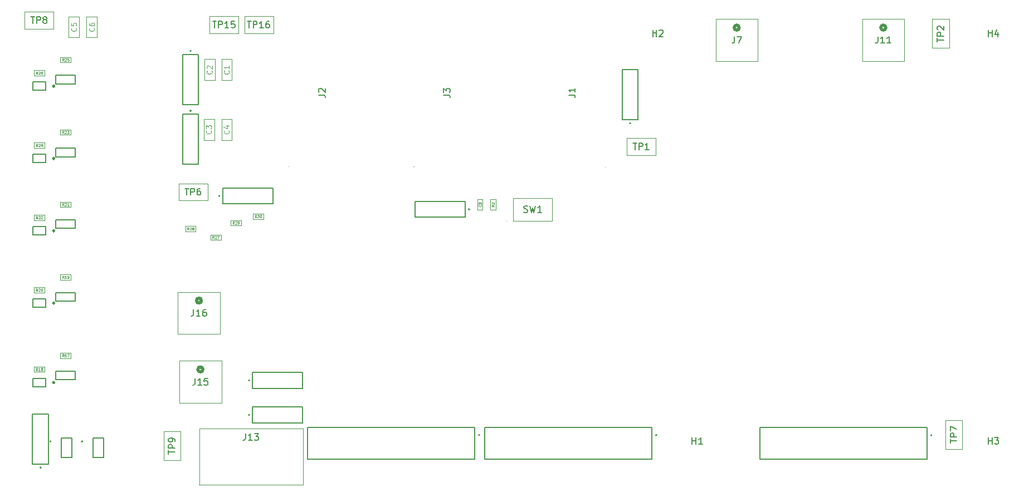
<source format=gbr>
G04 #@! TF.GenerationSoftware,KiCad,Pcbnew,8.0.3*
G04 #@! TF.CreationDate,2024-07-10T11:58:07-07:00*
G04 #@! TF.ProjectId,maveric-board,6d617665-7269-4632-9d62-6f6172642e6b,rev?*
G04 #@! TF.SameCoordinates,Original*
G04 #@! TF.FileFunction,AssemblyDrawing,Top*
%FSLAX46Y46*%
G04 Gerber Fmt 4.6, Leading zero omitted, Abs format (unit mm)*
G04 Created by KiCad (PCBNEW 8.0.3) date 2024-07-10 11:58:07*
%MOMM*%
%LPD*%
G01*
G04 APERTURE LIST*
%ADD10C,0.060000*%
%ADD11C,0.150000*%
%ADD12C,0.120000*%
%ADD13C,0.100000*%
%ADD14C,0.127000*%
%ADD15C,0.200000*%
%ADD16C,0.025400*%
%ADD17C,0.508000*%
%ADD18C,0.300000*%
G04 APERTURE END LIST*
D10*
X46742857Y-48181927D02*
X46609524Y-47991451D01*
X46514286Y-48181927D02*
X46514286Y-47781927D01*
X46514286Y-47781927D02*
X46666667Y-47781927D01*
X46666667Y-47781927D02*
X46704762Y-47800975D01*
X46704762Y-47800975D02*
X46723809Y-47820022D01*
X46723809Y-47820022D02*
X46742857Y-47858118D01*
X46742857Y-47858118D02*
X46742857Y-47915260D01*
X46742857Y-47915260D02*
X46723809Y-47953356D01*
X46723809Y-47953356D02*
X46704762Y-47972403D01*
X46704762Y-47972403D02*
X46666667Y-47991451D01*
X46666667Y-47991451D02*
X46514286Y-47991451D01*
X46895238Y-47820022D02*
X46914286Y-47800975D01*
X46914286Y-47800975D02*
X46952381Y-47781927D01*
X46952381Y-47781927D02*
X47047619Y-47781927D01*
X47047619Y-47781927D02*
X47085714Y-47800975D01*
X47085714Y-47800975D02*
X47104762Y-47820022D01*
X47104762Y-47820022D02*
X47123809Y-47858118D01*
X47123809Y-47858118D02*
X47123809Y-47896213D01*
X47123809Y-47896213D02*
X47104762Y-47953356D01*
X47104762Y-47953356D02*
X46876190Y-48181927D01*
X46876190Y-48181927D02*
X47123809Y-48181927D01*
X47485714Y-47781927D02*
X47295238Y-47781927D01*
X47295238Y-47781927D02*
X47276190Y-47972403D01*
X47276190Y-47972403D02*
X47295238Y-47953356D01*
X47295238Y-47953356D02*
X47333333Y-47934308D01*
X47333333Y-47934308D02*
X47428571Y-47934308D01*
X47428571Y-47934308D02*
X47466666Y-47953356D01*
X47466666Y-47953356D02*
X47485714Y-47972403D01*
X47485714Y-47972403D02*
X47504761Y-48010499D01*
X47504761Y-48010499D02*
X47504761Y-48105737D01*
X47504761Y-48105737D02*
X47485714Y-48143832D01*
X47485714Y-48143832D02*
X47466666Y-48162880D01*
X47466666Y-48162880D02*
X47428571Y-48181927D01*
X47428571Y-48181927D02*
X47333333Y-48181927D01*
X47333333Y-48181927D02*
X47295238Y-48162880D01*
X47295238Y-48162880D02*
X47276190Y-48143832D01*
D11*
X65138095Y-67554819D02*
X65709523Y-67554819D01*
X65423809Y-68554819D02*
X65423809Y-67554819D01*
X66042857Y-68554819D02*
X66042857Y-67554819D01*
X66042857Y-67554819D02*
X66423809Y-67554819D01*
X66423809Y-67554819D02*
X66519047Y-67602438D01*
X66519047Y-67602438D02*
X66566666Y-67650057D01*
X66566666Y-67650057D02*
X66614285Y-67745295D01*
X66614285Y-67745295D02*
X66614285Y-67888152D01*
X66614285Y-67888152D02*
X66566666Y-67983390D01*
X66566666Y-67983390D02*
X66519047Y-68031009D01*
X66519047Y-68031009D02*
X66423809Y-68078628D01*
X66423809Y-68078628D02*
X66042857Y-68078628D01*
X67471428Y-67554819D02*
X67280952Y-67554819D01*
X67280952Y-67554819D02*
X67185714Y-67602438D01*
X67185714Y-67602438D02*
X67138095Y-67650057D01*
X67138095Y-67650057D02*
X67042857Y-67792914D01*
X67042857Y-67792914D02*
X66995238Y-67983390D01*
X66995238Y-67983390D02*
X66995238Y-68364342D01*
X66995238Y-68364342D02*
X67042857Y-68459580D01*
X67042857Y-68459580D02*
X67090476Y-68507200D01*
X67090476Y-68507200D02*
X67185714Y-68554819D01*
X67185714Y-68554819D02*
X67376190Y-68554819D01*
X67376190Y-68554819D02*
X67471428Y-68507200D01*
X67471428Y-68507200D02*
X67519047Y-68459580D01*
X67519047Y-68459580D02*
X67566666Y-68364342D01*
X67566666Y-68364342D02*
X67566666Y-68126247D01*
X67566666Y-68126247D02*
X67519047Y-68031009D01*
X67519047Y-68031009D02*
X67471428Y-67983390D01*
X67471428Y-67983390D02*
X67376190Y-67935771D01*
X67376190Y-67935771D02*
X67185714Y-67935771D01*
X67185714Y-67935771D02*
X67090476Y-67983390D01*
X67090476Y-67983390D02*
X67042857Y-68031009D01*
X67042857Y-68031009D02*
X66995238Y-68126247D01*
D12*
X48587664Y-43133332D02*
X48625760Y-43171428D01*
X48625760Y-43171428D02*
X48663855Y-43285713D01*
X48663855Y-43285713D02*
X48663855Y-43361904D01*
X48663855Y-43361904D02*
X48625760Y-43476190D01*
X48625760Y-43476190D02*
X48549569Y-43552380D01*
X48549569Y-43552380D02*
X48473379Y-43590475D01*
X48473379Y-43590475D02*
X48320998Y-43628571D01*
X48320998Y-43628571D02*
X48206712Y-43628571D01*
X48206712Y-43628571D02*
X48054331Y-43590475D01*
X48054331Y-43590475D02*
X47978140Y-43552380D01*
X47978140Y-43552380D02*
X47901950Y-43476190D01*
X47901950Y-43476190D02*
X47863855Y-43361904D01*
X47863855Y-43361904D02*
X47863855Y-43285713D01*
X47863855Y-43285713D02*
X47901950Y-43171428D01*
X47901950Y-43171428D02*
X47940045Y-43133332D01*
X47863855Y-42409523D02*
X47863855Y-42790475D01*
X47863855Y-42790475D02*
X48244807Y-42828571D01*
X48244807Y-42828571D02*
X48206712Y-42790475D01*
X48206712Y-42790475D02*
X48168617Y-42714285D01*
X48168617Y-42714285D02*
X48168617Y-42523809D01*
X48168617Y-42523809D02*
X48206712Y-42447618D01*
X48206712Y-42447618D02*
X48244807Y-42409523D01*
X48244807Y-42409523D02*
X48320998Y-42371428D01*
X48320998Y-42371428D02*
X48511474Y-42371428D01*
X48511474Y-42371428D02*
X48587664Y-42409523D01*
X48587664Y-42409523D02*
X48625760Y-42447618D01*
X48625760Y-42447618D02*
X48663855Y-42523809D01*
X48663855Y-42523809D02*
X48663855Y-42714285D01*
X48663855Y-42714285D02*
X48625760Y-42790475D01*
X48625760Y-42790475D02*
X48587664Y-42828571D01*
D11*
X104454819Y-53333333D02*
X105169104Y-53333333D01*
X105169104Y-53333333D02*
X105311961Y-53380952D01*
X105311961Y-53380952D02*
X105407200Y-53476190D01*
X105407200Y-53476190D02*
X105454819Y-53619047D01*
X105454819Y-53619047D02*
X105454819Y-53714285D01*
X104454819Y-52952380D02*
X104454819Y-52333333D01*
X104454819Y-52333333D02*
X104835771Y-52666666D01*
X104835771Y-52666666D02*
X104835771Y-52523809D01*
X104835771Y-52523809D02*
X104883390Y-52428571D01*
X104883390Y-52428571D02*
X104931009Y-52380952D01*
X104931009Y-52380952D02*
X105026247Y-52333333D01*
X105026247Y-52333333D02*
X105264342Y-52333333D01*
X105264342Y-52333333D02*
X105359580Y-52380952D01*
X105359580Y-52380952D02*
X105407200Y-52428571D01*
X105407200Y-52428571D02*
X105454819Y-52523809D01*
X105454819Y-52523809D02*
X105454819Y-52809523D01*
X105454819Y-52809523D02*
X105407200Y-52904761D01*
X105407200Y-52904761D02*
X105359580Y-52952380D01*
X133238095Y-60654819D02*
X133809523Y-60654819D01*
X133523809Y-61654819D02*
X133523809Y-60654819D01*
X134142857Y-61654819D02*
X134142857Y-60654819D01*
X134142857Y-60654819D02*
X134523809Y-60654819D01*
X134523809Y-60654819D02*
X134619047Y-60702438D01*
X134619047Y-60702438D02*
X134666666Y-60750057D01*
X134666666Y-60750057D02*
X134714285Y-60845295D01*
X134714285Y-60845295D02*
X134714285Y-60988152D01*
X134714285Y-60988152D02*
X134666666Y-61083390D01*
X134666666Y-61083390D02*
X134619047Y-61131009D01*
X134619047Y-61131009D02*
X134523809Y-61178628D01*
X134523809Y-61178628D02*
X134142857Y-61178628D01*
X135666666Y-61654819D02*
X135095238Y-61654819D01*
X135380952Y-61654819D02*
X135380952Y-60654819D01*
X135380952Y-60654819D02*
X135285714Y-60797676D01*
X135285714Y-60797676D02*
X135190476Y-60892914D01*
X135190476Y-60892914D02*
X135095238Y-60940533D01*
X66690476Y-96454819D02*
X66690476Y-97169104D01*
X66690476Y-97169104D02*
X66642857Y-97311961D01*
X66642857Y-97311961D02*
X66547619Y-97407200D01*
X66547619Y-97407200D02*
X66404762Y-97454819D01*
X66404762Y-97454819D02*
X66309524Y-97454819D01*
X67690476Y-97454819D02*
X67119048Y-97454819D01*
X67404762Y-97454819D02*
X67404762Y-96454819D01*
X67404762Y-96454819D02*
X67309524Y-96597676D01*
X67309524Y-96597676D02*
X67214286Y-96692914D01*
X67214286Y-96692914D02*
X67119048Y-96740533D01*
X68595238Y-96454819D02*
X68119048Y-96454819D01*
X68119048Y-96454819D02*
X68071429Y-96931009D01*
X68071429Y-96931009D02*
X68119048Y-96883390D01*
X68119048Y-96883390D02*
X68214286Y-96835771D01*
X68214286Y-96835771D02*
X68452381Y-96835771D01*
X68452381Y-96835771D02*
X68547619Y-96883390D01*
X68547619Y-96883390D02*
X68595238Y-96931009D01*
X68595238Y-96931009D02*
X68642857Y-97026247D01*
X68642857Y-97026247D02*
X68642857Y-97264342D01*
X68642857Y-97264342D02*
X68595238Y-97359580D01*
X68595238Y-97359580D02*
X68547619Y-97407200D01*
X68547619Y-97407200D02*
X68452381Y-97454819D01*
X68452381Y-97454819D02*
X68214286Y-97454819D01*
X68214286Y-97454819D02*
X68119048Y-97407200D01*
X68119048Y-97407200D02*
X68071429Y-97359580D01*
D12*
X51287664Y-43133332D02*
X51325760Y-43171428D01*
X51325760Y-43171428D02*
X51363855Y-43285713D01*
X51363855Y-43285713D02*
X51363855Y-43361904D01*
X51363855Y-43361904D02*
X51325760Y-43476190D01*
X51325760Y-43476190D02*
X51249569Y-43552380D01*
X51249569Y-43552380D02*
X51173379Y-43590475D01*
X51173379Y-43590475D02*
X51020998Y-43628571D01*
X51020998Y-43628571D02*
X50906712Y-43628571D01*
X50906712Y-43628571D02*
X50754331Y-43590475D01*
X50754331Y-43590475D02*
X50678140Y-43552380D01*
X50678140Y-43552380D02*
X50601950Y-43476190D01*
X50601950Y-43476190D02*
X50563855Y-43361904D01*
X50563855Y-43361904D02*
X50563855Y-43285713D01*
X50563855Y-43285713D02*
X50601950Y-43171428D01*
X50601950Y-43171428D02*
X50640045Y-43133332D01*
X50563855Y-42447618D02*
X50563855Y-42599999D01*
X50563855Y-42599999D02*
X50601950Y-42676190D01*
X50601950Y-42676190D02*
X50640045Y-42714285D01*
X50640045Y-42714285D02*
X50754331Y-42790475D01*
X50754331Y-42790475D02*
X50906712Y-42828571D01*
X50906712Y-42828571D02*
X51211474Y-42828571D01*
X51211474Y-42828571D02*
X51287664Y-42790475D01*
X51287664Y-42790475D02*
X51325760Y-42752380D01*
X51325760Y-42752380D02*
X51363855Y-42676190D01*
X51363855Y-42676190D02*
X51363855Y-42523809D01*
X51363855Y-42523809D02*
X51325760Y-42447618D01*
X51325760Y-42447618D02*
X51287664Y-42409523D01*
X51287664Y-42409523D02*
X51211474Y-42371428D01*
X51211474Y-42371428D02*
X51020998Y-42371428D01*
X51020998Y-42371428D02*
X50944807Y-42409523D01*
X50944807Y-42409523D02*
X50906712Y-42447618D01*
X50906712Y-42447618D02*
X50868617Y-42523809D01*
X50868617Y-42523809D02*
X50868617Y-42676190D01*
X50868617Y-42676190D02*
X50906712Y-42752380D01*
X50906712Y-42752380D02*
X50944807Y-42790475D01*
X50944807Y-42790475D02*
X51020998Y-42828571D01*
D10*
X76017857Y-71981927D02*
X75884524Y-71791451D01*
X75789286Y-71981927D02*
X75789286Y-71581927D01*
X75789286Y-71581927D02*
X75941667Y-71581927D01*
X75941667Y-71581927D02*
X75979762Y-71600975D01*
X75979762Y-71600975D02*
X75998809Y-71620022D01*
X75998809Y-71620022D02*
X76017857Y-71658118D01*
X76017857Y-71658118D02*
X76017857Y-71715260D01*
X76017857Y-71715260D02*
X75998809Y-71753356D01*
X75998809Y-71753356D02*
X75979762Y-71772403D01*
X75979762Y-71772403D02*
X75941667Y-71791451D01*
X75941667Y-71791451D02*
X75789286Y-71791451D01*
X76151190Y-71581927D02*
X76398809Y-71581927D01*
X76398809Y-71581927D02*
X76265476Y-71734308D01*
X76265476Y-71734308D02*
X76322619Y-71734308D01*
X76322619Y-71734308D02*
X76360714Y-71753356D01*
X76360714Y-71753356D02*
X76379762Y-71772403D01*
X76379762Y-71772403D02*
X76398809Y-71810499D01*
X76398809Y-71810499D02*
X76398809Y-71905737D01*
X76398809Y-71905737D02*
X76379762Y-71943832D01*
X76379762Y-71943832D02*
X76360714Y-71962880D01*
X76360714Y-71962880D02*
X76322619Y-71981927D01*
X76322619Y-71981927D02*
X76208333Y-71981927D01*
X76208333Y-71981927D02*
X76170238Y-71962880D01*
X76170238Y-71962880D02*
X76151190Y-71943832D01*
X76646428Y-71581927D02*
X76684523Y-71581927D01*
X76684523Y-71581927D02*
X76722619Y-71600975D01*
X76722619Y-71600975D02*
X76741666Y-71620022D01*
X76741666Y-71620022D02*
X76760714Y-71658118D01*
X76760714Y-71658118D02*
X76779761Y-71734308D01*
X76779761Y-71734308D02*
X76779761Y-71829546D01*
X76779761Y-71829546D02*
X76760714Y-71905737D01*
X76760714Y-71905737D02*
X76741666Y-71943832D01*
X76741666Y-71943832D02*
X76722619Y-71962880D01*
X76722619Y-71962880D02*
X76684523Y-71981927D01*
X76684523Y-71981927D02*
X76646428Y-71981927D01*
X76646428Y-71981927D02*
X76608333Y-71962880D01*
X76608333Y-71962880D02*
X76589285Y-71943832D01*
X76589285Y-71943832D02*
X76570238Y-71905737D01*
X76570238Y-71905737D02*
X76551190Y-71829546D01*
X76551190Y-71829546D02*
X76551190Y-71734308D01*
X76551190Y-71734308D02*
X76570238Y-71658118D01*
X76570238Y-71658118D02*
X76589285Y-71620022D01*
X76589285Y-71620022D02*
X76608333Y-71600975D01*
X76608333Y-71600975D02*
X76646428Y-71581927D01*
X110143832Y-70066666D02*
X110162880Y-70085714D01*
X110162880Y-70085714D02*
X110181927Y-70142856D01*
X110181927Y-70142856D02*
X110181927Y-70180952D01*
X110181927Y-70180952D02*
X110162880Y-70238095D01*
X110162880Y-70238095D02*
X110124784Y-70276190D01*
X110124784Y-70276190D02*
X110086689Y-70295237D01*
X110086689Y-70295237D02*
X110010499Y-70314285D01*
X110010499Y-70314285D02*
X109953356Y-70314285D01*
X109953356Y-70314285D02*
X109877165Y-70295237D01*
X109877165Y-70295237D02*
X109839070Y-70276190D01*
X109839070Y-70276190D02*
X109800975Y-70238095D01*
X109800975Y-70238095D02*
X109781927Y-70180952D01*
X109781927Y-70180952D02*
X109781927Y-70142856D01*
X109781927Y-70142856D02*
X109800975Y-70085714D01*
X109800975Y-70085714D02*
X109820022Y-70066666D01*
X109953356Y-69838095D02*
X109934308Y-69876190D01*
X109934308Y-69876190D02*
X109915260Y-69895237D01*
X109915260Y-69895237D02*
X109877165Y-69914285D01*
X109877165Y-69914285D02*
X109858118Y-69914285D01*
X109858118Y-69914285D02*
X109820022Y-69895237D01*
X109820022Y-69895237D02*
X109800975Y-69876190D01*
X109800975Y-69876190D02*
X109781927Y-69838095D01*
X109781927Y-69838095D02*
X109781927Y-69761904D01*
X109781927Y-69761904D02*
X109800975Y-69723809D01*
X109800975Y-69723809D02*
X109820022Y-69704761D01*
X109820022Y-69704761D02*
X109858118Y-69685714D01*
X109858118Y-69685714D02*
X109877165Y-69685714D01*
X109877165Y-69685714D02*
X109915260Y-69704761D01*
X109915260Y-69704761D02*
X109934308Y-69723809D01*
X109934308Y-69723809D02*
X109953356Y-69761904D01*
X109953356Y-69761904D02*
X109953356Y-69838095D01*
X109953356Y-69838095D02*
X109972403Y-69876190D01*
X109972403Y-69876190D02*
X109991451Y-69895237D01*
X109991451Y-69895237D02*
X110029546Y-69914285D01*
X110029546Y-69914285D02*
X110105737Y-69914285D01*
X110105737Y-69914285D02*
X110143832Y-69895237D01*
X110143832Y-69895237D02*
X110162880Y-69876190D01*
X110162880Y-69876190D02*
X110181927Y-69838095D01*
X110181927Y-69838095D02*
X110181927Y-69761904D01*
X110181927Y-69761904D02*
X110162880Y-69723809D01*
X110162880Y-69723809D02*
X110143832Y-69704761D01*
X110143832Y-69704761D02*
X110105737Y-69685714D01*
X110105737Y-69685714D02*
X110029546Y-69685714D01*
X110029546Y-69685714D02*
X109991451Y-69704761D01*
X109991451Y-69704761D02*
X109972403Y-69723809D01*
X109972403Y-69723809D02*
X109953356Y-69761904D01*
X46742857Y-81261937D02*
X46609524Y-81071461D01*
X46514286Y-81261937D02*
X46514286Y-80861937D01*
X46514286Y-80861937D02*
X46666667Y-80861937D01*
X46666667Y-80861937D02*
X46704762Y-80880985D01*
X46704762Y-80880985D02*
X46723809Y-80900032D01*
X46723809Y-80900032D02*
X46742857Y-80938128D01*
X46742857Y-80938128D02*
X46742857Y-80995270D01*
X46742857Y-80995270D02*
X46723809Y-81033366D01*
X46723809Y-81033366D02*
X46704762Y-81052413D01*
X46704762Y-81052413D02*
X46666667Y-81071461D01*
X46666667Y-81071461D02*
X46514286Y-81071461D01*
X47123809Y-81261937D02*
X46895238Y-81261937D01*
X47009524Y-81261937D02*
X47009524Y-80861937D01*
X47009524Y-80861937D02*
X46971428Y-80919080D01*
X46971428Y-80919080D02*
X46933333Y-80957175D01*
X46933333Y-80957175D02*
X46895238Y-80976223D01*
X47314285Y-81261937D02*
X47390476Y-81261937D01*
X47390476Y-81261937D02*
X47428571Y-81242890D01*
X47428571Y-81242890D02*
X47447619Y-81223842D01*
X47447619Y-81223842D02*
X47485714Y-81166699D01*
X47485714Y-81166699D02*
X47504761Y-81090509D01*
X47504761Y-81090509D02*
X47504761Y-80938128D01*
X47504761Y-80938128D02*
X47485714Y-80900032D01*
X47485714Y-80900032D02*
X47466666Y-80880985D01*
X47466666Y-80880985D02*
X47428571Y-80861937D01*
X47428571Y-80861937D02*
X47352380Y-80861937D01*
X47352380Y-80861937D02*
X47314285Y-80880985D01*
X47314285Y-80880985D02*
X47295238Y-80900032D01*
X47295238Y-80900032D02*
X47276190Y-80938128D01*
X47276190Y-80938128D02*
X47276190Y-81033366D01*
X47276190Y-81033366D02*
X47295238Y-81071461D01*
X47295238Y-81071461D02*
X47314285Y-81090509D01*
X47314285Y-81090509D02*
X47352380Y-81109556D01*
X47352380Y-81109556D02*
X47428571Y-81109556D01*
X47428571Y-81109556D02*
X47466666Y-81090509D01*
X47466666Y-81090509D02*
X47485714Y-81071461D01*
X47485714Y-81071461D02*
X47504761Y-81033366D01*
D11*
X170465476Y-44454819D02*
X170465476Y-45169104D01*
X170465476Y-45169104D02*
X170417857Y-45311961D01*
X170417857Y-45311961D02*
X170322619Y-45407200D01*
X170322619Y-45407200D02*
X170179762Y-45454819D01*
X170179762Y-45454819D02*
X170084524Y-45454819D01*
X171465476Y-45454819D02*
X170894048Y-45454819D01*
X171179762Y-45454819D02*
X171179762Y-44454819D01*
X171179762Y-44454819D02*
X171084524Y-44597676D01*
X171084524Y-44597676D02*
X170989286Y-44692914D01*
X170989286Y-44692914D02*
X170894048Y-44740533D01*
X172417857Y-45454819D02*
X171846429Y-45454819D01*
X172132143Y-45454819D02*
X172132143Y-44454819D01*
X172132143Y-44454819D02*
X172036905Y-44597676D01*
X172036905Y-44597676D02*
X171941667Y-44692914D01*
X171941667Y-44692914D02*
X171846429Y-44740533D01*
X179454819Y-45261904D02*
X179454819Y-44690476D01*
X180454819Y-44976190D02*
X179454819Y-44976190D01*
X180454819Y-44357142D02*
X179454819Y-44357142D01*
X179454819Y-44357142D02*
X179454819Y-43976190D01*
X179454819Y-43976190D02*
X179502438Y-43880952D01*
X179502438Y-43880952D02*
X179550057Y-43833333D01*
X179550057Y-43833333D02*
X179645295Y-43785714D01*
X179645295Y-43785714D02*
X179788152Y-43785714D01*
X179788152Y-43785714D02*
X179883390Y-43833333D01*
X179883390Y-43833333D02*
X179931009Y-43880952D01*
X179931009Y-43880952D02*
X179978628Y-43976190D01*
X179978628Y-43976190D02*
X179978628Y-44357142D01*
X179550057Y-43404761D02*
X179502438Y-43357142D01*
X179502438Y-43357142D02*
X179454819Y-43261904D01*
X179454819Y-43261904D02*
X179454819Y-43023809D01*
X179454819Y-43023809D02*
X179502438Y-42928571D01*
X179502438Y-42928571D02*
X179550057Y-42880952D01*
X179550057Y-42880952D02*
X179645295Y-42833333D01*
X179645295Y-42833333D02*
X179740533Y-42833333D01*
X179740533Y-42833333D02*
X179883390Y-42880952D01*
X179883390Y-42880952D02*
X180454819Y-43452380D01*
X180454819Y-43452380D02*
X180454819Y-42833333D01*
D10*
X42742857Y-95261937D02*
X42609524Y-95071461D01*
X42514286Y-95261937D02*
X42514286Y-94861937D01*
X42514286Y-94861937D02*
X42666667Y-94861937D01*
X42666667Y-94861937D02*
X42704762Y-94880985D01*
X42704762Y-94880985D02*
X42723809Y-94900032D01*
X42723809Y-94900032D02*
X42742857Y-94938128D01*
X42742857Y-94938128D02*
X42742857Y-94995270D01*
X42742857Y-94995270D02*
X42723809Y-95033366D01*
X42723809Y-95033366D02*
X42704762Y-95052413D01*
X42704762Y-95052413D02*
X42666667Y-95071461D01*
X42666667Y-95071461D02*
X42514286Y-95071461D01*
X43123809Y-95261937D02*
X42895238Y-95261937D01*
X43009524Y-95261937D02*
X43009524Y-94861937D01*
X43009524Y-94861937D02*
X42971428Y-94919080D01*
X42971428Y-94919080D02*
X42933333Y-94957175D01*
X42933333Y-94957175D02*
X42895238Y-94976223D01*
X43352380Y-95033366D02*
X43314285Y-95014318D01*
X43314285Y-95014318D02*
X43295238Y-94995270D01*
X43295238Y-94995270D02*
X43276190Y-94957175D01*
X43276190Y-94957175D02*
X43276190Y-94938128D01*
X43276190Y-94938128D02*
X43295238Y-94900032D01*
X43295238Y-94900032D02*
X43314285Y-94880985D01*
X43314285Y-94880985D02*
X43352380Y-94861937D01*
X43352380Y-94861937D02*
X43428571Y-94861937D01*
X43428571Y-94861937D02*
X43466666Y-94880985D01*
X43466666Y-94880985D02*
X43485714Y-94900032D01*
X43485714Y-94900032D02*
X43504761Y-94938128D01*
X43504761Y-94938128D02*
X43504761Y-94957175D01*
X43504761Y-94957175D02*
X43485714Y-94995270D01*
X43485714Y-94995270D02*
X43466666Y-95014318D01*
X43466666Y-95014318D02*
X43428571Y-95033366D01*
X43428571Y-95033366D02*
X43352380Y-95033366D01*
X43352380Y-95033366D02*
X43314285Y-95052413D01*
X43314285Y-95052413D02*
X43295238Y-95071461D01*
X43295238Y-95071461D02*
X43276190Y-95109556D01*
X43276190Y-95109556D02*
X43276190Y-95185747D01*
X43276190Y-95185747D02*
X43295238Y-95223842D01*
X43295238Y-95223842D02*
X43314285Y-95242890D01*
X43314285Y-95242890D02*
X43352380Y-95261937D01*
X43352380Y-95261937D02*
X43428571Y-95261937D01*
X43428571Y-95261937D02*
X43466666Y-95242890D01*
X43466666Y-95242890D02*
X43485714Y-95223842D01*
X43485714Y-95223842D02*
X43504761Y-95185747D01*
X43504761Y-95185747D02*
X43504761Y-95109556D01*
X43504761Y-95109556D02*
X43485714Y-95071461D01*
X43485714Y-95071461D02*
X43466666Y-95052413D01*
X43466666Y-95052413D02*
X43428571Y-95033366D01*
X42742857Y-83181927D02*
X42609524Y-82991451D01*
X42514286Y-83181927D02*
X42514286Y-82781927D01*
X42514286Y-82781927D02*
X42666667Y-82781927D01*
X42666667Y-82781927D02*
X42704762Y-82800975D01*
X42704762Y-82800975D02*
X42723809Y-82820022D01*
X42723809Y-82820022D02*
X42742857Y-82858118D01*
X42742857Y-82858118D02*
X42742857Y-82915260D01*
X42742857Y-82915260D02*
X42723809Y-82953356D01*
X42723809Y-82953356D02*
X42704762Y-82972403D01*
X42704762Y-82972403D02*
X42666667Y-82991451D01*
X42666667Y-82991451D02*
X42514286Y-82991451D01*
X42895238Y-82820022D02*
X42914286Y-82800975D01*
X42914286Y-82800975D02*
X42952381Y-82781927D01*
X42952381Y-82781927D02*
X43047619Y-82781927D01*
X43047619Y-82781927D02*
X43085714Y-82800975D01*
X43085714Y-82800975D02*
X43104762Y-82820022D01*
X43104762Y-82820022D02*
X43123809Y-82858118D01*
X43123809Y-82858118D02*
X43123809Y-82896213D01*
X43123809Y-82896213D02*
X43104762Y-82953356D01*
X43104762Y-82953356D02*
X42876190Y-83181927D01*
X42876190Y-83181927D02*
X43123809Y-83181927D01*
X43371428Y-82781927D02*
X43409523Y-82781927D01*
X43409523Y-82781927D02*
X43447619Y-82800975D01*
X43447619Y-82800975D02*
X43466666Y-82820022D01*
X43466666Y-82820022D02*
X43485714Y-82858118D01*
X43485714Y-82858118D02*
X43504761Y-82934308D01*
X43504761Y-82934308D02*
X43504761Y-83029546D01*
X43504761Y-83029546D02*
X43485714Y-83105737D01*
X43485714Y-83105737D02*
X43466666Y-83143832D01*
X43466666Y-83143832D02*
X43447619Y-83162880D01*
X43447619Y-83162880D02*
X43409523Y-83181927D01*
X43409523Y-83181927D02*
X43371428Y-83181927D01*
X43371428Y-83181927D02*
X43333333Y-83162880D01*
X43333333Y-83162880D02*
X43314285Y-83143832D01*
X43314285Y-83143832D02*
X43295238Y-83105737D01*
X43295238Y-83105737D02*
X43276190Y-83029546D01*
X43276190Y-83029546D02*
X43276190Y-82934308D01*
X43276190Y-82934308D02*
X43295238Y-82858118D01*
X43295238Y-82858118D02*
X43314285Y-82820022D01*
X43314285Y-82820022D02*
X43333333Y-82800975D01*
X43333333Y-82800975D02*
X43371428Y-82781927D01*
X42742857Y-61181927D02*
X42609524Y-60991451D01*
X42514286Y-61181927D02*
X42514286Y-60781927D01*
X42514286Y-60781927D02*
X42666667Y-60781927D01*
X42666667Y-60781927D02*
X42704762Y-60800975D01*
X42704762Y-60800975D02*
X42723809Y-60820022D01*
X42723809Y-60820022D02*
X42742857Y-60858118D01*
X42742857Y-60858118D02*
X42742857Y-60915260D01*
X42742857Y-60915260D02*
X42723809Y-60953356D01*
X42723809Y-60953356D02*
X42704762Y-60972403D01*
X42704762Y-60972403D02*
X42666667Y-60991451D01*
X42666667Y-60991451D02*
X42514286Y-60991451D01*
X42895238Y-60820022D02*
X42914286Y-60800975D01*
X42914286Y-60800975D02*
X42952381Y-60781927D01*
X42952381Y-60781927D02*
X43047619Y-60781927D01*
X43047619Y-60781927D02*
X43085714Y-60800975D01*
X43085714Y-60800975D02*
X43104762Y-60820022D01*
X43104762Y-60820022D02*
X43123809Y-60858118D01*
X43123809Y-60858118D02*
X43123809Y-60896213D01*
X43123809Y-60896213D02*
X43104762Y-60953356D01*
X43104762Y-60953356D02*
X42876190Y-61181927D01*
X42876190Y-61181927D02*
X43123809Y-61181927D01*
X43466666Y-60915260D02*
X43466666Y-61181927D01*
X43371428Y-60762880D02*
X43276190Y-61048594D01*
X43276190Y-61048594D02*
X43523809Y-61048594D01*
D11*
X142238095Y-106454819D02*
X142238095Y-105454819D01*
X142238095Y-105931009D02*
X142809523Y-105931009D01*
X142809523Y-106454819D02*
X142809523Y-105454819D01*
X143809523Y-106454819D02*
X143238095Y-106454819D01*
X143523809Y-106454819D02*
X143523809Y-105454819D01*
X143523809Y-105454819D02*
X143428571Y-105597676D01*
X143428571Y-105597676D02*
X143333333Y-105692914D01*
X143333333Y-105692914D02*
X143238095Y-105740533D01*
D10*
X72642857Y-72981927D02*
X72509524Y-72791451D01*
X72414286Y-72981927D02*
X72414286Y-72581927D01*
X72414286Y-72581927D02*
X72566667Y-72581927D01*
X72566667Y-72581927D02*
X72604762Y-72600975D01*
X72604762Y-72600975D02*
X72623809Y-72620022D01*
X72623809Y-72620022D02*
X72642857Y-72658118D01*
X72642857Y-72658118D02*
X72642857Y-72715260D01*
X72642857Y-72715260D02*
X72623809Y-72753356D01*
X72623809Y-72753356D02*
X72604762Y-72772403D01*
X72604762Y-72772403D02*
X72566667Y-72791451D01*
X72566667Y-72791451D02*
X72414286Y-72791451D01*
X72795238Y-72620022D02*
X72814286Y-72600975D01*
X72814286Y-72600975D02*
X72852381Y-72581927D01*
X72852381Y-72581927D02*
X72947619Y-72581927D01*
X72947619Y-72581927D02*
X72985714Y-72600975D01*
X72985714Y-72600975D02*
X73004762Y-72620022D01*
X73004762Y-72620022D02*
X73023809Y-72658118D01*
X73023809Y-72658118D02*
X73023809Y-72696213D01*
X73023809Y-72696213D02*
X73004762Y-72753356D01*
X73004762Y-72753356D02*
X72776190Y-72981927D01*
X72776190Y-72981927D02*
X73023809Y-72981927D01*
X73214285Y-72981927D02*
X73290476Y-72981927D01*
X73290476Y-72981927D02*
X73328571Y-72962880D01*
X73328571Y-72962880D02*
X73347619Y-72943832D01*
X73347619Y-72943832D02*
X73385714Y-72886689D01*
X73385714Y-72886689D02*
X73404761Y-72810499D01*
X73404761Y-72810499D02*
X73404761Y-72658118D01*
X73404761Y-72658118D02*
X73385714Y-72620022D01*
X73385714Y-72620022D02*
X73366666Y-72600975D01*
X73366666Y-72600975D02*
X73328571Y-72581927D01*
X73328571Y-72581927D02*
X73252380Y-72581927D01*
X73252380Y-72581927D02*
X73214285Y-72600975D01*
X73214285Y-72600975D02*
X73195238Y-72620022D01*
X73195238Y-72620022D02*
X73176190Y-72658118D01*
X73176190Y-72658118D02*
X73176190Y-72753356D01*
X73176190Y-72753356D02*
X73195238Y-72791451D01*
X73195238Y-72791451D02*
X73214285Y-72810499D01*
X73214285Y-72810499D02*
X73252380Y-72829546D01*
X73252380Y-72829546D02*
X73328571Y-72829546D01*
X73328571Y-72829546D02*
X73366666Y-72810499D01*
X73366666Y-72810499D02*
X73385714Y-72791451D01*
X73385714Y-72791451D02*
X73404761Y-72753356D01*
D11*
X136238095Y-44454819D02*
X136238095Y-43454819D01*
X136238095Y-43931009D02*
X136809523Y-43931009D01*
X136809523Y-44454819D02*
X136809523Y-43454819D01*
X137238095Y-43550057D02*
X137285714Y-43502438D01*
X137285714Y-43502438D02*
X137380952Y-43454819D01*
X137380952Y-43454819D02*
X137619047Y-43454819D01*
X137619047Y-43454819D02*
X137714285Y-43502438D01*
X137714285Y-43502438D02*
X137761904Y-43550057D01*
X137761904Y-43550057D02*
X137809523Y-43645295D01*
X137809523Y-43645295D02*
X137809523Y-43740533D01*
X137809523Y-43740533D02*
X137761904Y-43883390D01*
X137761904Y-43883390D02*
X137190476Y-44454819D01*
X137190476Y-44454819D02*
X137809523Y-44454819D01*
X187238095Y-44454819D02*
X187238095Y-43454819D01*
X187238095Y-43931009D02*
X187809523Y-43931009D01*
X187809523Y-44454819D02*
X187809523Y-43454819D01*
X188714285Y-43788152D02*
X188714285Y-44454819D01*
X188476190Y-43407200D02*
X188238095Y-44121485D01*
X188238095Y-44121485D02*
X188857142Y-44121485D01*
X74636905Y-42129819D02*
X75208333Y-42129819D01*
X74922619Y-43129819D02*
X74922619Y-42129819D01*
X75541667Y-43129819D02*
X75541667Y-42129819D01*
X75541667Y-42129819D02*
X75922619Y-42129819D01*
X75922619Y-42129819D02*
X76017857Y-42177438D01*
X76017857Y-42177438D02*
X76065476Y-42225057D01*
X76065476Y-42225057D02*
X76113095Y-42320295D01*
X76113095Y-42320295D02*
X76113095Y-42463152D01*
X76113095Y-42463152D02*
X76065476Y-42558390D01*
X76065476Y-42558390D02*
X76017857Y-42606009D01*
X76017857Y-42606009D02*
X75922619Y-42653628D01*
X75922619Y-42653628D02*
X75541667Y-42653628D01*
X77065476Y-43129819D02*
X76494048Y-43129819D01*
X76779762Y-43129819D02*
X76779762Y-42129819D01*
X76779762Y-42129819D02*
X76684524Y-42272676D01*
X76684524Y-42272676D02*
X76589286Y-42367914D01*
X76589286Y-42367914D02*
X76494048Y-42415533D01*
X77922619Y-42129819D02*
X77732143Y-42129819D01*
X77732143Y-42129819D02*
X77636905Y-42177438D01*
X77636905Y-42177438D02*
X77589286Y-42225057D01*
X77589286Y-42225057D02*
X77494048Y-42367914D01*
X77494048Y-42367914D02*
X77446429Y-42558390D01*
X77446429Y-42558390D02*
X77446429Y-42939342D01*
X77446429Y-42939342D02*
X77494048Y-43034580D01*
X77494048Y-43034580D02*
X77541667Y-43082200D01*
X77541667Y-43082200D02*
X77636905Y-43129819D01*
X77636905Y-43129819D02*
X77827381Y-43129819D01*
X77827381Y-43129819D02*
X77922619Y-43082200D01*
X77922619Y-43082200D02*
X77970238Y-43034580D01*
X77970238Y-43034580D02*
X78017857Y-42939342D01*
X78017857Y-42939342D02*
X78017857Y-42701247D01*
X78017857Y-42701247D02*
X77970238Y-42606009D01*
X77970238Y-42606009D02*
X77922619Y-42558390D01*
X77922619Y-42558390D02*
X77827381Y-42510771D01*
X77827381Y-42510771D02*
X77636905Y-42510771D01*
X77636905Y-42510771D02*
X77541667Y-42558390D01*
X77541667Y-42558390D02*
X77494048Y-42606009D01*
X77494048Y-42606009D02*
X77446429Y-42701247D01*
X66465476Y-85979819D02*
X66465476Y-86694104D01*
X66465476Y-86694104D02*
X66417857Y-86836961D01*
X66417857Y-86836961D02*
X66322619Y-86932200D01*
X66322619Y-86932200D02*
X66179762Y-86979819D01*
X66179762Y-86979819D02*
X66084524Y-86979819D01*
X67465476Y-86979819D02*
X66894048Y-86979819D01*
X67179762Y-86979819D02*
X67179762Y-85979819D01*
X67179762Y-85979819D02*
X67084524Y-86122676D01*
X67084524Y-86122676D02*
X66989286Y-86217914D01*
X66989286Y-86217914D02*
X66894048Y-86265533D01*
X68322619Y-85979819D02*
X68132143Y-85979819D01*
X68132143Y-85979819D02*
X68036905Y-86027438D01*
X68036905Y-86027438D02*
X67989286Y-86075057D01*
X67989286Y-86075057D02*
X67894048Y-86217914D01*
X67894048Y-86217914D02*
X67846429Y-86408390D01*
X67846429Y-86408390D02*
X67846429Y-86789342D01*
X67846429Y-86789342D02*
X67894048Y-86884580D01*
X67894048Y-86884580D02*
X67941667Y-86932200D01*
X67941667Y-86932200D02*
X68036905Y-86979819D01*
X68036905Y-86979819D02*
X68227381Y-86979819D01*
X68227381Y-86979819D02*
X68322619Y-86932200D01*
X68322619Y-86932200D02*
X68370238Y-86884580D01*
X68370238Y-86884580D02*
X68417857Y-86789342D01*
X68417857Y-86789342D02*
X68417857Y-86551247D01*
X68417857Y-86551247D02*
X68370238Y-86456009D01*
X68370238Y-86456009D02*
X68322619Y-86408390D01*
X68322619Y-86408390D02*
X68227381Y-86360771D01*
X68227381Y-86360771D02*
X68036905Y-86360771D01*
X68036905Y-86360771D02*
X67941667Y-86408390D01*
X67941667Y-86408390D02*
X67894048Y-86456009D01*
X67894048Y-86456009D02*
X67846429Y-86551247D01*
D10*
X46742857Y-93181927D02*
X46609524Y-92991451D01*
X46514286Y-93181927D02*
X46514286Y-92781927D01*
X46514286Y-92781927D02*
X46666667Y-92781927D01*
X46666667Y-92781927D02*
X46704762Y-92800975D01*
X46704762Y-92800975D02*
X46723809Y-92820022D01*
X46723809Y-92820022D02*
X46742857Y-92858118D01*
X46742857Y-92858118D02*
X46742857Y-92915260D01*
X46742857Y-92915260D02*
X46723809Y-92953356D01*
X46723809Y-92953356D02*
X46704762Y-92972403D01*
X46704762Y-92972403D02*
X46666667Y-92991451D01*
X46666667Y-92991451D02*
X46514286Y-92991451D01*
X47123809Y-93181927D02*
X46895238Y-93181927D01*
X47009524Y-93181927D02*
X47009524Y-92781927D01*
X47009524Y-92781927D02*
X46971428Y-92839070D01*
X46971428Y-92839070D02*
X46933333Y-92877165D01*
X46933333Y-92877165D02*
X46895238Y-92896213D01*
X47257142Y-92781927D02*
X47523809Y-92781927D01*
X47523809Y-92781927D02*
X47352380Y-93181927D01*
D11*
X123454819Y-53333333D02*
X124169104Y-53333333D01*
X124169104Y-53333333D02*
X124311961Y-53380952D01*
X124311961Y-53380952D02*
X124407200Y-53476190D01*
X124407200Y-53476190D02*
X124454819Y-53619047D01*
X124454819Y-53619047D02*
X124454819Y-53714285D01*
X124454819Y-52333333D02*
X124454819Y-52904761D01*
X124454819Y-52619047D02*
X123454819Y-52619047D01*
X123454819Y-52619047D02*
X123597676Y-52714285D01*
X123597676Y-52714285D02*
X123692914Y-52809523D01*
X123692914Y-52809523D02*
X123740533Y-52904761D01*
X187238095Y-106454819D02*
X187238095Y-105454819D01*
X187238095Y-105931009D02*
X187809523Y-105931009D01*
X187809523Y-106454819D02*
X187809523Y-105454819D01*
X188190476Y-105454819D02*
X188809523Y-105454819D01*
X188809523Y-105454819D02*
X188476190Y-105835771D01*
X188476190Y-105835771D02*
X188619047Y-105835771D01*
X188619047Y-105835771D02*
X188714285Y-105883390D01*
X188714285Y-105883390D02*
X188761904Y-105931009D01*
X188761904Y-105931009D02*
X188809523Y-106026247D01*
X188809523Y-106026247D02*
X188809523Y-106264342D01*
X188809523Y-106264342D02*
X188761904Y-106359580D01*
X188761904Y-106359580D02*
X188714285Y-106407200D01*
X188714285Y-106407200D02*
X188619047Y-106454819D01*
X188619047Y-106454819D02*
X188333333Y-106454819D01*
X188333333Y-106454819D02*
X188238095Y-106407200D01*
X188238095Y-106407200D02*
X188190476Y-106359580D01*
X181454819Y-106261904D02*
X181454819Y-105690476D01*
X182454819Y-105976190D02*
X181454819Y-105976190D01*
X182454819Y-105357142D02*
X181454819Y-105357142D01*
X181454819Y-105357142D02*
X181454819Y-104976190D01*
X181454819Y-104976190D02*
X181502438Y-104880952D01*
X181502438Y-104880952D02*
X181550057Y-104833333D01*
X181550057Y-104833333D02*
X181645295Y-104785714D01*
X181645295Y-104785714D02*
X181788152Y-104785714D01*
X181788152Y-104785714D02*
X181883390Y-104833333D01*
X181883390Y-104833333D02*
X181931009Y-104880952D01*
X181931009Y-104880952D02*
X181978628Y-104976190D01*
X181978628Y-104976190D02*
X181978628Y-105357142D01*
X181454819Y-104452380D02*
X181454819Y-103785714D01*
X181454819Y-103785714D02*
X182454819Y-104214285D01*
D10*
X46742857Y-59181927D02*
X46609524Y-58991451D01*
X46514286Y-59181927D02*
X46514286Y-58781927D01*
X46514286Y-58781927D02*
X46666667Y-58781927D01*
X46666667Y-58781927D02*
X46704762Y-58800975D01*
X46704762Y-58800975D02*
X46723809Y-58820022D01*
X46723809Y-58820022D02*
X46742857Y-58858118D01*
X46742857Y-58858118D02*
X46742857Y-58915260D01*
X46742857Y-58915260D02*
X46723809Y-58953356D01*
X46723809Y-58953356D02*
X46704762Y-58972403D01*
X46704762Y-58972403D02*
X46666667Y-58991451D01*
X46666667Y-58991451D02*
X46514286Y-58991451D01*
X46895238Y-58820022D02*
X46914286Y-58800975D01*
X46914286Y-58800975D02*
X46952381Y-58781927D01*
X46952381Y-58781927D02*
X47047619Y-58781927D01*
X47047619Y-58781927D02*
X47085714Y-58800975D01*
X47085714Y-58800975D02*
X47104762Y-58820022D01*
X47104762Y-58820022D02*
X47123809Y-58858118D01*
X47123809Y-58858118D02*
X47123809Y-58896213D01*
X47123809Y-58896213D02*
X47104762Y-58953356D01*
X47104762Y-58953356D02*
X46876190Y-59181927D01*
X46876190Y-59181927D02*
X47123809Y-59181927D01*
X47257142Y-58781927D02*
X47504761Y-58781927D01*
X47504761Y-58781927D02*
X47371428Y-58934308D01*
X47371428Y-58934308D02*
X47428571Y-58934308D01*
X47428571Y-58934308D02*
X47466666Y-58953356D01*
X47466666Y-58953356D02*
X47485714Y-58972403D01*
X47485714Y-58972403D02*
X47504761Y-59010499D01*
X47504761Y-59010499D02*
X47504761Y-59105737D01*
X47504761Y-59105737D02*
X47485714Y-59143832D01*
X47485714Y-59143832D02*
X47466666Y-59162880D01*
X47466666Y-59162880D02*
X47428571Y-59181927D01*
X47428571Y-59181927D02*
X47314285Y-59181927D01*
X47314285Y-59181927D02*
X47276190Y-59162880D01*
X47276190Y-59162880D02*
X47257142Y-59143832D01*
X42742857Y-50181927D02*
X42609524Y-49991451D01*
X42514286Y-50181927D02*
X42514286Y-49781927D01*
X42514286Y-49781927D02*
X42666667Y-49781927D01*
X42666667Y-49781927D02*
X42704762Y-49800975D01*
X42704762Y-49800975D02*
X42723809Y-49820022D01*
X42723809Y-49820022D02*
X42742857Y-49858118D01*
X42742857Y-49858118D02*
X42742857Y-49915260D01*
X42742857Y-49915260D02*
X42723809Y-49953356D01*
X42723809Y-49953356D02*
X42704762Y-49972403D01*
X42704762Y-49972403D02*
X42666667Y-49991451D01*
X42666667Y-49991451D02*
X42514286Y-49991451D01*
X42895238Y-49820022D02*
X42914286Y-49800975D01*
X42914286Y-49800975D02*
X42952381Y-49781927D01*
X42952381Y-49781927D02*
X43047619Y-49781927D01*
X43047619Y-49781927D02*
X43085714Y-49800975D01*
X43085714Y-49800975D02*
X43104762Y-49820022D01*
X43104762Y-49820022D02*
X43123809Y-49858118D01*
X43123809Y-49858118D02*
X43123809Y-49896213D01*
X43123809Y-49896213D02*
X43104762Y-49953356D01*
X43104762Y-49953356D02*
X42876190Y-50181927D01*
X42876190Y-50181927D02*
X43123809Y-50181927D01*
X43466666Y-49781927D02*
X43390476Y-49781927D01*
X43390476Y-49781927D02*
X43352380Y-49800975D01*
X43352380Y-49800975D02*
X43333333Y-49820022D01*
X43333333Y-49820022D02*
X43295238Y-49877165D01*
X43295238Y-49877165D02*
X43276190Y-49953356D01*
X43276190Y-49953356D02*
X43276190Y-50105737D01*
X43276190Y-50105737D02*
X43295238Y-50143832D01*
X43295238Y-50143832D02*
X43314285Y-50162880D01*
X43314285Y-50162880D02*
X43352380Y-50181927D01*
X43352380Y-50181927D02*
X43428571Y-50181927D01*
X43428571Y-50181927D02*
X43466666Y-50162880D01*
X43466666Y-50162880D02*
X43485714Y-50143832D01*
X43485714Y-50143832D02*
X43504761Y-50105737D01*
X43504761Y-50105737D02*
X43504761Y-50010499D01*
X43504761Y-50010499D02*
X43485714Y-49972403D01*
X43485714Y-49972403D02*
X43466666Y-49953356D01*
X43466666Y-49953356D02*
X43428571Y-49934308D01*
X43428571Y-49934308D02*
X43352380Y-49934308D01*
X43352380Y-49934308D02*
X43314285Y-49953356D01*
X43314285Y-49953356D02*
X43295238Y-49972403D01*
X43295238Y-49972403D02*
X43276190Y-50010499D01*
X46742857Y-70181927D02*
X46609524Y-69991451D01*
X46514286Y-70181927D02*
X46514286Y-69781927D01*
X46514286Y-69781927D02*
X46666667Y-69781927D01*
X46666667Y-69781927D02*
X46704762Y-69800975D01*
X46704762Y-69800975D02*
X46723809Y-69820022D01*
X46723809Y-69820022D02*
X46742857Y-69858118D01*
X46742857Y-69858118D02*
X46742857Y-69915260D01*
X46742857Y-69915260D02*
X46723809Y-69953356D01*
X46723809Y-69953356D02*
X46704762Y-69972403D01*
X46704762Y-69972403D02*
X46666667Y-69991451D01*
X46666667Y-69991451D02*
X46514286Y-69991451D01*
X46895238Y-69820022D02*
X46914286Y-69800975D01*
X46914286Y-69800975D02*
X46952381Y-69781927D01*
X46952381Y-69781927D02*
X47047619Y-69781927D01*
X47047619Y-69781927D02*
X47085714Y-69800975D01*
X47085714Y-69800975D02*
X47104762Y-69820022D01*
X47104762Y-69820022D02*
X47123809Y-69858118D01*
X47123809Y-69858118D02*
X47123809Y-69896213D01*
X47123809Y-69896213D02*
X47104762Y-69953356D01*
X47104762Y-69953356D02*
X46876190Y-70181927D01*
X46876190Y-70181927D02*
X47123809Y-70181927D01*
X47504761Y-70181927D02*
X47276190Y-70181927D01*
X47390476Y-70181927D02*
X47390476Y-69781927D01*
X47390476Y-69781927D02*
X47352380Y-69839070D01*
X47352380Y-69839070D02*
X47314285Y-69877165D01*
X47314285Y-69877165D02*
X47276190Y-69896213D01*
X112181927Y-70066666D02*
X111991451Y-70199999D01*
X112181927Y-70295237D02*
X111781927Y-70295237D01*
X111781927Y-70295237D02*
X111781927Y-70142856D01*
X111781927Y-70142856D02*
X111800975Y-70104761D01*
X111800975Y-70104761D02*
X111820022Y-70085714D01*
X111820022Y-70085714D02*
X111858118Y-70066666D01*
X111858118Y-70066666D02*
X111915260Y-70066666D01*
X111915260Y-70066666D02*
X111953356Y-70085714D01*
X111953356Y-70085714D02*
X111972403Y-70104761D01*
X111972403Y-70104761D02*
X111991451Y-70142856D01*
X111991451Y-70142856D02*
X111991451Y-70295237D01*
X111820022Y-69914285D02*
X111800975Y-69895237D01*
X111800975Y-69895237D02*
X111781927Y-69857142D01*
X111781927Y-69857142D02*
X111781927Y-69761904D01*
X111781927Y-69761904D02*
X111800975Y-69723809D01*
X111800975Y-69723809D02*
X111820022Y-69704761D01*
X111820022Y-69704761D02*
X111858118Y-69685714D01*
X111858118Y-69685714D02*
X111896213Y-69685714D01*
X111896213Y-69685714D02*
X111953356Y-69704761D01*
X111953356Y-69704761D02*
X112181927Y-69933333D01*
X112181927Y-69933333D02*
X112181927Y-69685714D01*
D12*
X71787664Y-49633332D02*
X71825760Y-49671428D01*
X71825760Y-49671428D02*
X71863855Y-49785713D01*
X71863855Y-49785713D02*
X71863855Y-49861904D01*
X71863855Y-49861904D02*
X71825760Y-49976190D01*
X71825760Y-49976190D02*
X71749569Y-50052380D01*
X71749569Y-50052380D02*
X71673379Y-50090475D01*
X71673379Y-50090475D02*
X71520998Y-50128571D01*
X71520998Y-50128571D02*
X71406712Y-50128571D01*
X71406712Y-50128571D02*
X71254331Y-50090475D01*
X71254331Y-50090475D02*
X71178140Y-50052380D01*
X71178140Y-50052380D02*
X71101950Y-49976190D01*
X71101950Y-49976190D02*
X71063855Y-49861904D01*
X71063855Y-49861904D02*
X71063855Y-49785713D01*
X71063855Y-49785713D02*
X71101950Y-49671428D01*
X71101950Y-49671428D02*
X71140045Y-49633332D01*
X71863855Y-48871428D02*
X71863855Y-49328571D01*
X71863855Y-49099999D02*
X71063855Y-49099999D01*
X71063855Y-49099999D02*
X71178140Y-49176190D01*
X71178140Y-49176190D02*
X71254331Y-49252380D01*
X71254331Y-49252380D02*
X71292426Y-49328571D01*
X69187664Y-49633332D02*
X69225760Y-49671428D01*
X69225760Y-49671428D02*
X69263855Y-49785713D01*
X69263855Y-49785713D02*
X69263855Y-49861904D01*
X69263855Y-49861904D02*
X69225760Y-49976190D01*
X69225760Y-49976190D02*
X69149569Y-50052380D01*
X69149569Y-50052380D02*
X69073379Y-50090475D01*
X69073379Y-50090475D02*
X68920998Y-50128571D01*
X68920998Y-50128571D02*
X68806712Y-50128571D01*
X68806712Y-50128571D02*
X68654331Y-50090475D01*
X68654331Y-50090475D02*
X68578140Y-50052380D01*
X68578140Y-50052380D02*
X68501950Y-49976190D01*
X68501950Y-49976190D02*
X68463855Y-49861904D01*
X68463855Y-49861904D02*
X68463855Y-49785713D01*
X68463855Y-49785713D02*
X68501950Y-49671428D01*
X68501950Y-49671428D02*
X68540045Y-49633332D01*
X68540045Y-49328571D02*
X68501950Y-49290475D01*
X68501950Y-49290475D02*
X68463855Y-49214285D01*
X68463855Y-49214285D02*
X68463855Y-49023809D01*
X68463855Y-49023809D02*
X68501950Y-48947618D01*
X68501950Y-48947618D02*
X68540045Y-48909523D01*
X68540045Y-48909523D02*
X68616236Y-48871428D01*
X68616236Y-48871428D02*
X68692426Y-48871428D01*
X68692426Y-48871428D02*
X68806712Y-48909523D01*
X68806712Y-48909523D02*
X69263855Y-49366666D01*
X69263855Y-49366666D02*
X69263855Y-48871428D01*
D11*
X74380476Y-104854819D02*
X74380476Y-105569104D01*
X74380476Y-105569104D02*
X74332857Y-105711961D01*
X74332857Y-105711961D02*
X74237619Y-105807200D01*
X74237619Y-105807200D02*
X74094762Y-105854819D01*
X74094762Y-105854819D02*
X73999524Y-105854819D01*
X75380476Y-105854819D02*
X74809048Y-105854819D01*
X75094762Y-105854819D02*
X75094762Y-104854819D01*
X75094762Y-104854819D02*
X74999524Y-104997676D01*
X74999524Y-104997676D02*
X74904286Y-105092914D01*
X74904286Y-105092914D02*
X74809048Y-105140533D01*
X75713810Y-104854819D02*
X76332857Y-104854819D01*
X76332857Y-104854819D02*
X75999524Y-105235771D01*
X75999524Y-105235771D02*
X76142381Y-105235771D01*
X76142381Y-105235771D02*
X76237619Y-105283390D01*
X76237619Y-105283390D02*
X76285238Y-105331009D01*
X76285238Y-105331009D02*
X76332857Y-105426247D01*
X76332857Y-105426247D02*
X76332857Y-105664342D01*
X76332857Y-105664342D02*
X76285238Y-105759580D01*
X76285238Y-105759580D02*
X76237619Y-105807200D01*
X76237619Y-105807200D02*
X76142381Y-105854819D01*
X76142381Y-105854819D02*
X75856667Y-105854819D01*
X75856667Y-105854819D02*
X75761429Y-105807200D01*
X75761429Y-105807200D02*
X75713810Y-105759580D01*
D10*
X42742857Y-72181937D02*
X42609524Y-71991461D01*
X42514286Y-72181937D02*
X42514286Y-71781937D01*
X42514286Y-71781937D02*
X42666667Y-71781937D01*
X42666667Y-71781937D02*
X42704762Y-71800985D01*
X42704762Y-71800985D02*
X42723809Y-71820032D01*
X42723809Y-71820032D02*
X42742857Y-71858128D01*
X42742857Y-71858128D02*
X42742857Y-71915270D01*
X42742857Y-71915270D02*
X42723809Y-71953366D01*
X42723809Y-71953366D02*
X42704762Y-71972413D01*
X42704762Y-71972413D02*
X42666667Y-71991461D01*
X42666667Y-71991461D02*
X42514286Y-71991461D01*
X42895238Y-71820032D02*
X42914286Y-71800985D01*
X42914286Y-71800985D02*
X42952381Y-71781937D01*
X42952381Y-71781937D02*
X43047619Y-71781937D01*
X43047619Y-71781937D02*
X43085714Y-71800985D01*
X43085714Y-71800985D02*
X43104762Y-71820032D01*
X43104762Y-71820032D02*
X43123809Y-71858128D01*
X43123809Y-71858128D02*
X43123809Y-71896223D01*
X43123809Y-71896223D02*
X43104762Y-71953366D01*
X43104762Y-71953366D02*
X42876190Y-72181937D01*
X42876190Y-72181937D02*
X43123809Y-72181937D01*
X43276190Y-71820032D02*
X43295238Y-71800985D01*
X43295238Y-71800985D02*
X43333333Y-71781937D01*
X43333333Y-71781937D02*
X43428571Y-71781937D01*
X43428571Y-71781937D02*
X43466666Y-71800985D01*
X43466666Y-71800985D02*
X43485714Y-71820032D01*
X43485714Y-71820032D02*
X43504761Y-71858128D01*
X43504761Y-71858128D02*
X43504761Y-71896223D01*
X43504761Y-71896223D02*
X43485714Y-71953366D01*
X43485714Y-71953366D02*
X43257142Y-72181937D01*
X43257142Y-72181937D02*
X43504761Y-72181937D01*
D11*
X69361905Y-42129819D02*
X69933333Y-42129819D01*
X69647619Y-43129819D02*
X69647619Y-42129819D01*
X70266667Y-43129819D02*
X70266667Y-42129819D01*
X70266667Y-42129819D02*
X70647619Y-42129819D01*
X70647619Y-42129819D02*
X70742857Y-42177438D01*
X70742857Y-42177438D02*
X70790476Y-42225057D01*
X70790476Y-42225057D02*
X70838095Y-42320295D01*
X70838095Y-42320295D02*
X70838095Y-42463152D01*
X70838095Y-42463152D02*
X70790476Y-42558390D01*
X70790476Y-42558390D02*
X70742857Y-42606009D01*
X70742857Y-42606009D02*
X70647619Y-42653628D01*
X70647619Y-42653628D02*
X70266667Y-42653628D01*
X71790476Y-43129819D02*
X71219048Y-43129819D01*
X71504762Y-43129819D02*
X71504762Y-42129819D01*
X71504762Y-42129819D02*
X71409524Y-42272676D01*
X71409524Y-42272676D02*
X71314286Y-42367914D01*
X71314286Y-42367914D02*
X71219048Y-42415533D01*
X72695238Y-42129819D02*
X72219048Y-42129819D01*
X72219048Y-42129819D02*
X72171429Y-42606009D01*
X72171429Y-42606009D02*
X72219048Y-42558390D01*
X72219048Y-42558390D02*
X72314286Y-42510771D01*
X72314286Y-42510771D02*
X72552381Y-42510771D01*
X72552381Y-42510771D02*
X72647619Y-42558390D01*
X72647619Y-42558390D02*
X72695238Y-42606009D01*
X72695238Y-42606009D02*
X72742857Y-42701247D01*
X72742857Y-42701247D02*
X72742857Y-42939342D01*
X72742857Y-42939342D02*
X72695238Y-43034580D01*
X72695238Y-43034580D02*
X72647619Y-43082200D01*
X72647619Y-43082200D02*
X72552381Y-43129819D01*
X72552381Y-43129819D02*
X72314286Y-43129819D01*
X72314286Y-43129819D02*
X72219048Y-43082200D01*
X72219048Y-43082200D02*
X72171429Y-43034580D01*
X85454819Y-53333333D02*
X86169104Y-53333333D01*
X86169104Y-53333333D02*
X86311961Y-53380952D01*
X86311961Y-53380952D02*
X86407200Y-53476190D01*
X86407200Y-53476190D02*
X86454819Y-53619047D01*
X86454819Y-53619047D02*
X86454819Y-53714285D01*
X85550057Y-52904761D02*
X85502438Y-52857142D01*
X85502438Y-52857142D02*
X85454819Y-52761904D01*
X85454819Y-52761904D02*
X85454819Y-52523809D01*
X85454819Y-52523809D02*
X85502438Y-52428571D01*
X85502438Y-52428571D02*
X85550057Y-52380952D01*
X85550057Y-52380952D02*
X85645295Y-52333333D01*
X85645295Y-52333333D02*
X85740533Y-52333333D01*
X85740533Y-52333333D02*
X85883390Y-52380952D01*
X85883390Y-52380952D02*
X86454819Y-52952380D01*
X86454819Y-52952380D02*
X86454819Y-52333333D01*
X62654819Y-107961904D02*
X62654819Y-107390476D01*
X63654819Y-107676190D02*
X62654819Y-107676190D01*
X63654819Y-107057142D02*
X62654819Y-107057142D01*
X62654819Y-107057142D02*
X62654819Y-106676190D01*
X62654819Y-106676190D02*
X62702438Y-106580952D01*
X62702438Y-106580952D02*
X62750057Y-106533333D01*
X62750057Y-106533333D02*
X62845295Y-106485714D01*
X62845295Y-106485714D02*
X62988152Y-106485714D01*
X62988152Y-106485714D02*
X63083390Y-106533333D01*
X63083390Y-106533333D02*
X63131009Y-106580952D01*
X63131009Y-106580952D02*
X63178628Y-106676190D01*
X63178628Y-106676190D02*
X63178628Y-107057142D01*
X63654819Y-106009523D02*
X63654819Y-105819047D01*
X63654819Y-105819047D02*
X63607200Y-105723809D01*
X63607200Y-105723809D02*
X63559580Y-105676190D01*
X63559580Y-105676190D02*
X63416723Y-105580952D01*
X63416723Y-105580952D02*
X63226247Y-105533333D01*
X63226247Y-105533333D02*
X62845295Y-105533333D01*
X62845295Y-105533333D02*
X62750057Y-105580952D01*
X62750057Y-105580952D02*
X62702438Y-105628571D01*
X62702438Y-105628571D02*
X62654819Y-105723809D01*
X62654819Y-105723809D02*
X62654819Y-105914285D01*
X62654819Y-105914285D02*
X62702438Y-106009523D01*
X62702438Y-106009523D02*
X62750057Y-106057142D01*
X62750057Y-106057142D02*
X62845295Y-106104761D01*
X62845295Y-106104761D02*
X63083390Y-106104761D01*
X63083390Y-106104761D02*
X63178628Y-106057142D01*
X63178628Y-106057142D02*
X63226247Y-106009523D01*
X63226247Y-106009523D02*
X63273866Y-105914285D01*
X63273866Y-105914285D02*
X63273866Y-105723809D01*
X63273866Y-105723809D02*
X63226247Y-105628571D01*
X63226247Y-105628571D02*
X63178628Y-105580952D01*
X63178628Y-105580952D02*
X63083390Y-105533333D01*
D12*
X69087664Y-58733332D02*
X69125760Y-58771428D01*
X69125760Y-58771428D02*
X69163855Y-58885713D01*
X69163855Y-58885713D02*
X69163855Y-58961904D01*
X69163855Y-58961904D02*
X69125760Y-59076190D01*
X69125760Y-59076190D02*
X69049569Y-59152380D01*
X69049569Y-59152380D02*
X68973379Y-59190475D01*
X68973379Y-59190475D02*
X68820998Y-59228571D01*
X68820998Y-59228571D02*
X68706712Y-59228571D01*
X68706712Y-59228571D02*
X68554331Y-59190475D01*
X68554331Y-59190475D02*
X68478140Y-59152380D01*
X68478140Y-59152380D02*
X68401950Y-59076190D01*
X68401950Y-59076190D02*
X68363855Y-58961904D01*
X68363855Y-58961904D02*
X68363855Y-58885713D01*
X68363855Y-58885713D02*
X68401950Y-58771428D01*
X68401950Y-58771428D02*
X68440045Y-58733332D01*
X68363855Y-58466666D02*
X68363855Y-57971428D01*
X68363855Y-57971428D02*
X68668617Y-58238094D01*
X68668617Y-58238094D02*
X68668617Y-58123809D01*
X68668617Y-58123809D02*
X68706712Y-58047618D01*
X68706712Y-58047618D02*
X68744807Y-58009523D01*
X68744807Y-58009523D02*
X68820998Y-57971428D01*
X68820998Y-57971428D02*
X69011474Y-57971428D01*
X69011474Y-57971428D02*
X69087664Y-58009523D01*
X69087664Y-58009523D02*
X69125760Y-58047618D01*
X69125760Y-58047618D02*
X69163855Y-58123809D01*
X69163855Y-58123809D02*
X69163855Y-58352380D01*
X69163855Y-58352380D02*
X69125760Y-58428571D01*
X69125760Y-58428571D02*
X69087664Y-58466666D01*
D10*
X65742857Y-73881927D02*
X65609524Y-73691451D01*
X65514286Y-73881927D02*
X65514286Y-73481927D01*
X65514286Y-73481927D02*
X65666667Y-73481927D01*
X65666667Y-73481927D02*
X65704762Y-73500975D01*
X65704762Y-73500975D02*
X65723809Y-73520022D01*
X65723809Y-73520022D02*
X65742857Y-73558118D01*
X65742857Y-73558118D02*
X65742857Y-73615260D01*
X65742857Y-73615260D02*
X65723809Y-73653356D01*
X65723809Y-73653356D02*
X65704762Y-73672403D01*
X65704762Y-73672403D02*
X65666667Y-73691451D01*
X65666667Y-73691451D02*
X65514286Y-73691451D01*
X65895238Y-73520022D02*
X65914286Y-73500975D01*
X65914286Y-73500975D02*
X65952381Y-73481927D01*
X65952381Y-73481927D02*
X66047619Y-73481927D01*
X66047619Y-73481927D02*
X66085714Y-73500975D01*
X66085714Y-73500975D02*
X66104762Y-73520022D01*
X66104762Y-73520022D02*
X66123809Y-73558118D01*
X66123809Y-73558118D02*
X66123809Y-73596213D01*
X66123809Y-73596213D02*
X66104762Y-73653356D01*
X66104762Y-73653356D02*
X65876190Y-73881927D01*
X65876190Y-73881927D02*
X66123809Y-73881927D01*
X66352380Y-73653356D02*
X66314285Y-73634308D01*
X66314285Y-73634308D02*
X66295238Y-73615260D01*
X66295238Y-73615260D02*
X66276190Y-73577165D01*
X66276190Y-73577165D02*
X66276190Y-73558118D01*
X66276190Y-73558118D02*
X66295238Y-73520022D01*
X66295238Y-73520022D02*
X66314285Y-73500975D01*
X66314285Y-73500975D02*
X66352380Y-73481927D01*
X66352380Y-73481927D02*
X66428571Y-73481927D01*
X66428571Y-73481927D02*
X66466666Y-73500975D01*
X66466666Y-73500975D02*
X66485714Y-73520022D01*
X66485714Y-73520022D02*
X66504761Y-73558118D01*
X66504761Y-73558118D02*
X66504761Y-73577165D01*
X66504761Y-73577165D02*
X66485714Y-73615260D01*
X66485714Y-73615260D02*
X66466666Y-73634308D01*
X66466666Y-73634308D02*
X66428571Y-73653356D01*
X66428571Y-73653356D02*
X66352380Y-73653356D01*
X66352380Y-73653356D02*
X66314285Y-73672403D01*
X66314285Y-73672403D02*
X66295238Y-73691451D01*
X66295238Y-73691451D02*
X66276190Y-73729546D01*
X66276190Y-73729546D02*
X66276190Y-73805737D01*
X66276190Y-73805737D02*
X66295238Y-73843832D01*
X66295238Y-73843832D02*
X66314285Y-73862880D01*
X66314285Y-73862880D02*
X66352380Y-73881927D01*
X66352380Y-73881927D02*
X66428571Y-73881927D01*
X66428571Y-73881927D02*
X66466666Y-73862880D01*
X66466666Y-73862880D02*
X66485714Y-73843832D01*
X66485714Y-73843832D02*
X66504761Y-73805737D01*
X66504761Y-73805737D02*
X66504761Y-73729546D01*
X66504761Y-73729546D02*
X66485714Y-73691451D01*
X66485714Y-73691451D02*
X66466666Y-73672403D01*
X66466666Y-73672403D02*
X66428571Y-73653356D01*
D11*
X41738095Y-41454819D02*
X42309523Y-41454819D01*
X42023809Y-42454819D02*
X42023809Y-41454819D01*
X42642857Y-42454819D02*
X42642857Y-41454819D01*
X42642857Y-41454819D02*
X43023809Y-41454819D01*
X43023809Y-41454819D02*
X43119047Y-41502438D01*
X43119047Y-41502438D02*
X43166666Y-41550057D01*
X43166666Y-41550057D02*
X43214285Y-41645295D01*
X43214285Y-41645295D02*
X43214285Y-41788152D01*
X43214285Y-41788152D02*
X43166666Y-41883390D01*
X43166666Y-41883390D02*
X43119047Y-41931009D01*
X43119047Y-41931009D02*
X43023809Y-41978628D01*
X43023809Y-41978628D02*
X42642857Y-41978628D01*
X43785714Y-41883390D02*
X43690476Y-41835771D01*
X43690476Y-41835771D02*
X43642857Y-41788152D01*
X43642857Y-41788152D02*
X43595238Y-41692914D01*
X43595238Y-41692914D02*
X43595238Y-41645295D01*
X43595238Y-41645295D02*
X43642857Y-41550057D01*
X43642857Y-41550057D02*
X43690476Y-41502438D01*
X43690476Y-41502438D02*
X43785714Y-41454819D01*
X43785714Y-41454819D02*
X43976190Y-41454819D01*
X43976190Y-41454819D02*
X44071428Y-41502438D01*
X44071428Y-41502438D02*
X44119047Y-41550057D01*
X44119047Y-41550057D02*
X44166666Y-41645295D01*
X44166666Y-41645295D02*
X44166666Y-41692914D01*
X44166666Y-41692914D02*
X44119047Y-41788152D01*
X44119047Y-41788152D02*
X44071428Y-41835771D01*
X44071428Y-41835771D02*
X43976190Y-41883390D01*
X43976190Y-41883390D02*
X43785714Y-41883390D01*
X43785714Y-41883390D02*
X43690476Y-41931009D01*
X43690476Y-41931009D02*
X43642857Y-41978628D01*
X43642857Y-41978628D02*
X43595238Y-42073866D01*
X43595238Y-42073866D02*
X43595238Y-42264342D01*
X43595238Y-42264342D02*
X43642857Y-42359580D01*
X43642857Y-42359580D02*
X43690476Y-42407200D01*
X43690476Y-42407200D02*
X43785714Y-42454819D01*
X43785714Y-42454819D02*
X43976190Y-42454819D01*
X43976190Y-42454819D02*
X44071428Y-42407200D01*
X44071428Y-42407200D02*
X44119047Y-42359580D01*
X44119047Y-42359580D02*
X44166666Y-42264342D01*
X44166666Y-42264342D02*
X44166666Y-42073866D01*
X44166666Y-42073866D02*
X44119047Y-41978628D01*
X44119047Y-41978628D02*
X44071428Y-41931009D01*
X44071428Y-41931009D02*
X43976190Y-41883390D01*
D12*
X71787664Y-58733332D02*
X71825760Y-58771428D01*
X71825760Y-58771428D02*
X71863855Y-58885713D01*
X71863855Y-58885713D02*
X71863855Y-58961904D01*
X71863855Y-58961904D02*
X71825760Y-59076190D01*
X71825760Y-59076190D02*
X71749569Y-59152380D01*
X71749569Y-59152380D02*
X71673379Y-59190475D01*
X71673379Y-59190475D02*
X71520998Y-59228571D01*
X71520998Y-59228571D02*
X71406712Y-59228571D01*
X71406712Y-59228571D02*
X71254331Y-59190475D01*
X71254331Y-59190475D02*
X71178140Y-59152380D01*
X71178140Y-59152380D02*
X71101950Y-59076190D01*
X71101950Y-59076190D02*
X71063855Y-58961904D01*
X71063855Y-58961904D02*
X71063855Y-58885713D01*
X71063855Y-58885713D02*
X71101950Y-58771428D01*
X71101950Y-58771428D02*
X71140045Y-58733332D01*
X71330521Y-58047618D02*
X71863855Y-58047618D01*
X71025760Y-58238094D02*
X71597188Y-58428571D01*
X71597188Y-58428571D02*
X71597188Y-57933332D01*
D11*
X116666667Y-71157200D02*
X116809524Y-71204819D01*
X116809524Y-71204819D02*
X117047619Y-71204819D01*
X117047619Y-71204819D02*
X117142857Y-71157200D01*
X117142857Y-71157200D02*
X117190476Y-71109580D01*
X117190476Y-71109580D02*
X117238095Y-71014342D01*
X117238095Y-71014342D02*
X117238095Y-70919104D01*
X117238095Y-70919104D02*
X117190476Y-70823866D01*
X117190476Y-70823866D02*
X117142857Y-70776247D01*
X117142857Y-70776247D02*
X117047619Y-70728628D01*
X117047619Y-70728628D02*
X116857143Y-70681009D01*
X116857143Y-70681009D02*
X116761905Y-70633390D01*
X116761905Y-70633390D02*
X116714286Y-70585771D01*
X116714286Y-70585771D02*
X116666667Y-70490533D01*
X116666667Y-70490533D02*
X116666667Y-70395295D01*
X116666667Y-70395295D02*
X116714286Y-70300057D01*
X116714286Y-70300057D02*
X116761905Y-70252438D01*
X116761905Y-70252438D02*
X116857143Y-70204819D01*
X116857143Y-70204819D02*
X117095238Y-70204819D01*
X117095238Y-70204819D02*
X117238095Y-70252438D01*
X117571429Y-70204819D02*
X117809524Y-71204819D01*
X117809524Y-71204819D02*
X118000000Y-70490533D01*
X118000000Y-70490533D02*
X118190476Y-71204819D01*
X118190476Y-71204819D02*
X118428572Y-70204819D01*
X119333333Y-71204819D02*
X118761905Y-71204819D01*
X119047619Y-71204819D02*
X119047619Y-70204819D01*
X119047619Y-70204819D02*
X118952381Y-70347676D01*
X118952381Y-70347676D02*
X118857143Y-70442914D01*
X118857143Y-70442914D02*
X118761905Y-70490533D01*
X148666666Y-44454819D02*
X148666666Y-45169104D01*
X148666666Y-45169104D02*
X148619047Y-45311961D01*
X148619047Y-45311961D02*
X148523809Y-45407200D01*
X148523809Y-45407200D02*
X148380952Y-45454819D01*
X148380952Y-45454819D02*
X148285714Y-45454819D01*
X149047619Y-44454819D02*
X149714285Y-44454819D01*
X149714285Y-44454819D02*
X149285714Y-45454819D01*
D10*
X69567857Y-75181927D02*
X69434524Y-74991451D01*
X69339286Y-75181927D02*
X69339286Y-74781927D01*
X69339286Y-74781927D02*
X69491667Y-74781927D01*
X69491667Y-74781927D02*
X69529762Y-74800975D01*
X69529762Y-74800975D02*
X69548809Y-74820022D01*
X69548809Y-74820022D02*
X69567857Y-74858118D01*
X69567857Y-74858118D02*
X69567857Y-74915260D01*
X69567857Y-74915260D02*
X69548809Y-74953356D01*
X69548809Y-74953356D02*
X69529762Y-74972403D01*
X69529762Y-74972403D02*
X69491667Y-74991451D01*
X69491667Y-74991451D02*
X69339286Y-74991451D01*
X69720238Y-74820022D02*
X69739286Y-74800975D01*
X69739286Y-74800975D02*
X69777381Y-74781927D01*
X69777381Y-74781927D02*
X69872619Y-74781927D01*
X69872619Y-74781927D02*
X69910714Y-74800975D01*
X69910714Y-74800975D02*
X69929762Y-74820022D01*
X69929762Y-74820022D02*
X69948809Y-74858118D01*
X69948809Y-74858118D02*
X69948809Y-74896213D01*
X69948809Y-74896213D02*
X69929762Y-74953356D01*
X69929762Y-74953356D02*
X69701190Y-75181927D01*
X69701190Y-75181927D02*
X69948809Y-75181927D01*
X70082142Y-74781927D02*
X70348809Y-74781927D01*
X70348809Y-74781927D02*
X70177380Y-75181927D01*
D13*
X46200000Y-47587500D02*
X47800000Y-47587500D01*
X46200000Y-48412500D02*
X46200000Y-47587500D01*
X47800000Y-47587500D02*
X47800000Y-48412500D01*
X47800000Y-48412500D02*
X46200000Y-48412500D01*
X64200000Y-66800000D02*
X68600000Y-66800000D01*
X68600000Y-69400000D01*
X64200000Y-69400000D01*
X64200000Y-66800000D01*
D14*
X110706410Y-103935010D02*
X136106410Y-103935010D01*
X110706410Y-108765010D02*
X110706410Y-103935010D01*
X110706410Y-108765010D02*
X110706410Y-103935010D01*
X136106410Y-103935010D02*
X136106410Y-108765010D01*
X136106410Y-103935010D02*
X136106410Y-108765010D01*
X136106410Y-108765010D02*
X110706410Y-108765010D01*
X136106410Y-108765010D02*
X110706410Y-108765010D01*
D15*
X136856410Y-105080010D02*
G75*
G02*
X136656410Y-105080010I-100000J0D01*
G01*
X136656410Y-105080010D02*
G75*
G02*
X136856410Y-105080010I100000J0D01*
G01*
D13*
X47500000Y-41400000D02*
X49100000Y-41400000D01*
X47500000Y-44600000D02*
X47500000Y-41400000D01*
X49100000Y-41400000D02*
X49100000Y-44600000D01*
X49100000Y-44600000D02*
X47500000Y-44600000D01*
D10*
X99980000Y-64250000D02*
G75*
G02*
X99920000Y-64250000I-30000J0D01*
G01*
X99920000Y-64250000D02*
G75*
G02*
X99980000Y-64250000I30000J0D01*
G01*
D13*
X132300000Y-59900000D02*
X136700000Y-59900000D01*
X136700000Y-62500000D01*
X132300000Y-62500000D01*
X132300000Y-59900000D01*
D16*
X64299600Y-93799600D02*
X64299600Y-100200400D01*
X64299600Y-100200400D02*
X70700400Y-100200400D01*
X70700400Y-93799600D02*
X64299600Y-93799600D01*
X70700400Y-100200400D02*
X70700400Y-93799600D01*
D17*
X67881000Y-95095000D02*
G75*
G02*
X67119000Y-95095000I-381000J0D01*
G01*
X67119000Y-95095000D02*
G75*
G02*
X67881000Y-95095000I381000J0D01*
G01*
D13*
X50200000Y-41400000D02*
X51800000Y-41400000D01*
X50200000Y-44600000D02*
X50200000Y-41400000D01*
X51800000Y-41400000D02*
X51800000Y-44600000D01*
X51800000Y-44600000D02*
X50200000Y-44600000D01*
X75475000Y-71387500D02*
X77075000Y-71387500D01*
X75475000Y-72212500D02*
X75475000Y-71387500D01*
X77075000Y-71387500D02*
X77075000Y-72212500D01*
X77075000Y-72212500D02*
X75475000Y-72212500D01*
X109600000Y-69200000D02*
X110400000Y-69200000D01*
X109600000Y-70800000D02*
X109600000Y-69200000D01*
X110400000Y-69200000D02*
X110400000Y-70800000D01*
X110400000Y-70800000D02*
X109600000Y-70800000D01*
X46200000Y-80667510D02*
X47800000Y-80667510D01*
X46200000Y-81492510D02*
X46200000Y-80667510D01*
X47800000Y-80667510D02*
X47800000Y-81492510D01*
X47800000Y-81492510D02*
X46200000Y-81492510D01*
D14*
X41995000Y-101890000D02*
X44405000Y-101890000D01*
X41995000Y-109510000D02*
X41995000Y-101890000D01*
X44405000Y-101890000D02*
X44405000Y-109510000D01*
X44405000Y-109510000D02*
X41995000Y-109510000D01*
D15*
X43300000Y-110050000D02*
G75*
G02*
X43100000Y-110050000I-100000J0D01*
G01*
X43100000Y-110050000D02*
G75*
G02*
X43300000Y-110050000I100000J0D01*
G01*
D16*
X168074600Y-41799600D02*
X168074600Y-48200400D01*
X168074600Y-48200400D02*
X174475400Y-48200400D01*
X174475400Y-41799600D02*
X168074600Y-41799600D01*
X174475400Y-48200400D02*
X174475400Y-41799600D01*
D17*
X171656000Y-43095000D02*
G75*
G02*
X170894000Y-43095000I-381000J0D01*
G01*
X170894000Y-43095000D02*
G75*
G02*
X171656000Y-43095000I381000J0D01*
G01*
D14*
X83816410Y-103935010D02*
X109216410Y-103935010D01*
X83816410Y-108765010D02*
X83816410Y-103935010D01*
X83816410Y-108765010D02*
X83816410Y-103935010D01*
X109216410Y-103935010D02*
X109216410Y-108765010D01*
X109216410Y-103935010D02*
X109216410Y-108765010D01*
X109216410Y-108765010D02*
X83816410Y-108765010D01*
X109216410Y-108765010D02*
X83816410Y-108765010D01*
D15*
X109966410Y-105080010D02*
G75*
G02*
X109766410Y-105080010I-100000J0D01*
G01*
X109766410Y-105080010D02*
G75*
G02*
X109966410Y-105080010I100000J0D01*
G01*
D14*
X152516410Y-103935010D02*
X177916410Y-103935010D01*
X152516410Y-108765010D02*
X152516410Y-103935010D01*
X152516410Y-108765010D02*
X152516410Y-103935010D01*
X177916410Y-103935010D02*
X177916410Y-108765010D01*
X177916410Y-103935010D02*
X177916410Y-108765010D01*
X177916410Y-108765010D02*
X152516410Y-108765010D01*
X177916410Y-108765010D02*
X152516410Y-108765010D01*
D15*
X178666410Y-105080010D02*
G75*
G02*
X178466410Y-105080010I-100000J0D01*
G01*
X178466410Y-105080010D02*
G75*
G02*
X178666410Y-105080010I100000J0D01*
G01*
D14*
X75440000Y-100795000D02*
X83060000Y-100795000D01*
X75440000Y-103205000D02*
X75440000Y-100795000D01*
X83060000Y-100795000D02*
X83060000Y-103205000D01*
X83060000Y-103205000D02*
X75440000Y-103205000D01*
D15*
X75000000Y-102000000D02*
G75*
G02*
X74800000Y-102000000I-100000J0D01*
G01*
X74800000Y-102000000D02*
G75*
G02*
X75000000Y-102000000I100000J0D01*
G01*
D13*
X178700000Y-46200000D02*
X181300000Y-46200000D01*
X181300000Y-41800000D01*
X178700000Y-41800000D01*
X178700000Y-46200000D01*
X42200000Y-94667510D02*
X43800000Y-94667510D01*
X42200000Y-95492510D02*
X42200000Y-94667510D01*
X43800000Y-94667510D02*
X43800000Y-95492510D01*
X43800000Y-95492510D02*
X42200000Y-95492510D01*
X42200000Y-82587500D02*
X43800000Y-82587500D01*
X42200000Y-83412500D02*
X42200000Y-82587500D01*
X43800000Y-82587500D02*
X43800000Y-83412500D01*
X43800000Y-83412500D02*
X42200000Y-83412500D01*
X42200000Y-60587500D02*
X43800000Y-60587500D01*
X42200000Y-61412500D02*
X42200000Y-60587500D01*
X43800000Y-60587500D02*
X43800000Y-61412500D01*
X43800000Y-61412500D02*
X42200000Y-61412500D01*
D14*
X42000000Y-51370000D02*
X44000000Y-51370000D01*
X42000000Y-52630000D02*
X42000000Y-51370000D01*
X44000000Y-51370000D02*
X44000000Y-52630000D01*
X44000000Y-52630000D02*
X42000000Y-52630000D01*
D18*
X45300000Y-52000000D02*
G75*
G02*
X45100000Y-52000000I-100000J0D01*
G01*
X45100000Y-52000000D02*
G75*
G02*
X45300000Y-52000000I100000J0D01*
G01*
D14*
X42000000Y-62370000D02*
X44000000Y-62370000D01*
X42000000Y-63630000D02*
X42000000Y-62370000D01*
X44000000Y-62370000D02*
X44000000Y-63630000D01*
X44000000Y-63630000D02*
X42000000Y-63630000D01*
D18*
X45300000Y-63000000D02*
G75*
G02*
X45100000Y-63000000I-100000J0D01*
G01*
X45100000Y-63000000D02*
G75*
G02*
X45300000Y-63000000I100000J0D01*
G01*
D13*
X72100000Y-72387500D02*
X73700000Y-72387500D01*
X72100000Y-73212500D02*
X72100000Y-72387500D01*
X73700000Y-72387500D02*
X73700000Y-73212500D01*
X73700000Y-73212500D02*
X72100000Y-73212500D01*
D15*
X45550000Y-61430010D02*
X48450000Y-61430010D01*
X45550000Y-62730010D02*
X45550000Y-61430010D01*
X48450000Y-61430010D02*
X48450000Y-62730010D01*
X48450000Y-62730010D02*
X45550000Y-62730010D01*
D13*
X74175000Y-41375000D02*
X78575000Y-41375000D01*
X78575000Y-43975000D01*
X74175000Y-43975000D01*
X74175000Y-41375000D01*
D14*
X51200000Y-105550000D02*
X51200000Y-108450000D01*
X51200000Y-108450000D02*
X52800000Y-108450000D01*
X52800000Y-105550000D02*
X51200000Y-105550000D01*
X52800000Y-108450000D02*
X52800000Y-105550000D01*
D15*
X49600000Y-106050000D02*
G75*
G02*
X49400000Y-106050000I-100000J0D01*
G01*
X49400000Y-106050000D02*
G75*
G02*
X49600000Y-106050000I100000J0D01*
G01*
D16*
X64074600Y-83324600D02*
X64074600Y-89725400D01*
X64074600Y-89725400D02*
X70475400Y-89725400D01*
X70475400Y-83324600D02*
X64074600Y-83324600D01*
X70475400Y-89725400D02*
X70475400Y-83324600D01*
D17*
X67656000Y-84620000D02*
G75*
G02*
X66894000Y-84620000I-381000J0D01*
G01*
X66894000Y-84620000D02*
G75*
G02*
X67656000Y-84620000I381000J0D01*
G01*
D13*
X46200000Y-92587500D02*
X47800000Y-92587500D01*
X46200000Y-93412500D02*
X46200000Y-92587500D01*
X47800000Y-92587500D02*
X47800000Y-93412500D01*
X47800000Y-93412500D02*
X46200000Y-93412500D01*
D15*
X45550000Y-72350000D02*
X48450000Y-72350000D01*
X45550000Y-73650000D02*
X45550000Y-72350000D01*
X48450000Y-72350000D02*
X48450000Y-73650000D01*
X48450000Y-73650000D02*
X45550000Y-73650000D01*
D10*
X129080000Y-64350000D02*
G75*
G02*
X129020000Y-64350000I-30000J0D01*
G01*
X129020000Y-64350000D02*
G75*
G02*
X129080000Y-64350000I30000J0D01*
G01*
D14*
X42000000Y-73370010D02*
X44000000Y-73370010D01*
X42000000Y-74630010D02*
X42000000Y-73370010D01*
X44000000Y-73370010D02*
X44000000Y-74630010D01*
X44000000Y-74630010D02*
X42000000Y-74630010D01*
D18*
X45300000Y-74000010D02*
G75*
G02*
X45100000Y-74000010I-100000J0D01*
G01*
X45100000Y-74000010D02*
G75*
G02*
X45300000Y-74000010I100000J0D01*
G01*
D14*
X70890000Y-67495000D02*
X78510000Y-67495000D01*
X70890000Y-69905000D02*
X70890000Y-67495000D01*
X78510000Y-67495000D02*
X78510000Y-69905000D01*
X78510000Y-69905000D02*
X70890000Y-69905000D01*
D15*
X70450000Y-68700000D02*
G75*
G02*
X70250000Y-68700000I-100000J0D01*
G01*
X70250000Y-68700000D02*
G75*
G02*
X70450000Y-68700000I100000J0D01*
G01*
D13*
X180700000Y-107200000D02*
X183300000Y-107200000D01*
X183300000Y-102800000D01*
X180700000Y-102800000D01*
X180700000Y-107200000D01*
D14*
X42000000Y-84370000D02*
X44000000Y-84370000D01*
X42000000Y-85630000D02*
X42000000Y-84370000D01*
X44000000Y-84370000D02*
X44000000Y-85630000D01*
X44000000Y-85630000D02*
X42000000Y-85630000D01*
D18*
X45300000Y-85000000D02*
G75*
G02*
X45100000Y-85000000I-100000J0D01*
G01*
X45100000Y-85000000D02*
G75*
G02*
X45300000Y-85000000I100000J0D01*
G01*
D13*
X46200000Y-58587500D02*
X47800000Y-58587500D01*
X46200000Y-59412500D02*
X46200000Y-58587500D01*
X47800000Y-58587500D02*
X47800000Y-59412500D01*
X47800000Y-59412500D02*
X46200000Y-59412500D01*
D14*
X64795000Y-56270010D02*
X67205000Y-56270010D01*
X64795000Y-63890010D02*
X64795000Y-56270010D01*
X67205000Y-56270010D02*
X67205000Y-63890010D01*
X67205000Y-63890010D02*
X64795000Y-63890010D01*
D15*
X66100000Y-55730010D02*
G75*
G02*
X65900000Y-55730010I-100000J0D01*
G01*
X65900000Y-55730010D02*
G75*
G02*
X66100000Y-55730010I100000J0D01*
G01*
D14*
X100150000Y-69545000D02*
X107770000Y-69545000D01*
X100150000Y-71955000D02*
X100150000Y-69545000D01*
X107770000Y-69545000D02*
X107770000Y-71955000D01*
X107770000Y-71955000D02*
X100150000Y-71955000D01*
D15*
X108410000Y-70750000D02*
G75*
G02*
X108210000Y-70750000I-100000J0D01*
G01*
X108210000Y-70750000D02*
G75*
G02*
X108410000Y-70750000I100000J0D01*
G01*
D13*
X42200000Y-49587500D02*
X43800000Y-49587500D01*
X42200000Y-50412500D02*
X42200000Y-49587500D01*
X43800000Y-49587500D02*
X43800000Y-50412500D01*
X43800000Y-50412500D02*
X42200000Y-50412500D01*
D14*
X64795000Y-47190000D02*
X67205000Y-47190000D01*
X64795000Y-54810000D02*
X64795000Y-47190000D01*
X67205000Y-47190000D02*
X67205000Y-54810000D01*
X67205000Y-54810000D02*
X64795000Y-54810000D01*
D15*
X66100000Y-46650000D02*
G75*
G02*
X65900000Y-46650000I-100000J0D01*
G01*
X65900000Y-46650000D02*
G75*
G02*
X66100000Y-46650000I100000J0D01*
G01*
X45550000Y-83430010D02*
X48450000Y-83430010D01*
X45550000Y-84730010D02*
X45550000Y-83430010D01*
X48450000Y-83430010D02*
X48450000Y-84730010D01*
X48450000Y-84730010D02*
X45550000Y-84730010D01*
D13*
X46200000Y-69587500D02*
X47800000Y-69587500D01*
X46200000Y-70412500D02*
X46200000Y-69587500D01*
X47800000Y-69587500D02*
X47800000Y-70412500D01*
X47800000Y-70412500D02*
X46200000Y-70412500D01*
X111587500Y-69200000D02*
X112412500Y-69200000D01*
X111587500Y-70800000D02*
X111587500Y-69200000D01*
X112412500Y-69200000D02*
X112412500Y-70800000D01*
X112412500Y-70800000D02*
X111587500Y-70800000D01*
X70700000Y-47900000D02*
X72300000Y-47900000D01*
X70700000Y-51100000D02*
X70700000Y-47900000D01*
X72300000Y-47900000D02*
X72300000Y-51100000D01*
X72300000Y-51100000D02*
X70700000Y-51100000D01*
X68100000Y-47900000D02*
X69700000Y-47900000D01*
X68100000Y-51100000D02*
X68100000Y-47900000D01*
X69700000Y-47900000D02*
X69700000Y-51100000D01*
X69700000Y-51100000D02*
X68100000Y-51100000D01*
D14*
X42000000Y-96450010D02*
X44000000Y-96450010D01*
X42000000Y-97710010D02*
X42000000Y-96450010D01*
X44000000Y-96450010D02*
X44000000Y-97710010D01*
X44000000Y-97710010D02*
X42000000Y-97710010D01*
D18*
X45300000Y-97080010D02*
G75*
G02*
X45100000Y-97080010I-100000J0D01*
G01*
X45100000Y-97080010D02*
G75*
G02*
X45300000Y-97080010I100000J0D01*
G01*
D14*
X75440000Y-95545000D02*
X83060000Y-95545000D01*
X75440000Y-97955000D02*
X75440000Y-95545000D01*
X83060000Y-95545000D02*
X83060000Y-97955000D01*
X83060000Y-97955000D02*
X75440000Y-97955000D01*
D15*
X75000000Y-96750000D02*
G75*
G02*
X74800000Y-96750000I-100000J0D01*
G01*
X74800000Y-96750000D02*
G75*
G02*
X75000000Y-96750000I100000J0D01*
G01*
D13*
X67320000Y-104100000D02*
X83090000Y-104100000D01*
X83090000Y-112610000D01*
X67320000Y-112610000D01*
X67320000Y-104100000D01*
D10*
X67350000Y-112640000D02*
G75*
G02*
X67290000Y-112640000I-30000J0D01*
G01*
X67290000Y-112640000D02*
G75*
G02*
X67350000Y-112640000I30000J0D01*
G01*
D15*
X45550000Y-50350000D02*
X48450000Y-50350000D01*
X45550000Y-51650000D02*
X45550000Y-50350000D01*
X48450000Y-50350000D02*
X48450000Y-51650000D01*
X48450000Y-51650000D02*
X45550000Y-51650000D01*
D13*
X42200000Y-71587510D02*
X43800000Y-71587510D01*
X42200000Y-72412510D02*
X42200000Y-71587510D01*
X43800000Y-71587510D02*
X43800000Y-72412510D01*
X43800000Y-72412510D02*
X42200000Y-72412510D01*
X68900000Y-41375000D02*
X73300000Y-41375000D01*
X73300000Y-43975000D01*
X68900000Y-43975000D01*
X68900000Y-41375000D01*
D10*
X80980000Y-64250000D02*
G75*
G02*
X80920000Y-64250000I-30000J0D01*
G01*
X80920000Y-64250000D02*
G75*
G02*
X80980000Y-64250000I30000J0D01*
G01*
D13*
X61900000Y-108900000D02*
X64500000Y-108900000D01*
X64500000Y-104500000D01*
X61900000Y-104500000D01*
X61900000Y-108900000D01*
D14*
X46400000Y-105550000D02*
X46400000Y-108450000D01*
X46400000Y-108450000D02*
X48000000Y-108450000D01*
X48000000Y-105550000D02*
X46400000Y-105550000D01*
X48000000Y-108450000D02*
X48000000Y-105550000D01*
D15*
X44800000Y-106050000D02*
G75*
G02*
X44600000Y-106050000I-100000J0D01*
G01*
X44600000Y-106050000D02*
G75*
G02*
X44800000Y-106050000I100000J0D01*
G01*
D13*
X68000000Y-57000000D02*
X69600000Y-57000000D01*
X68000000Y-60200000D02*
X68000000Y-57000000D01*
X69600000Y-57000000D02*
X69600000Y-60200000D01*
X69600000Y-60200000D02*
X68000000Y-60200000D01*
X65200000Y-73287500D02*
X66800000Y-73287500D01*
X65200000Y-74112500D02*
X65200000Y-73287500D01*
X66800000Y-73287500D02*
X66800000Y-74112500D01*
X66800000Y-74112500D02*
X65200000Y-74112500D01*
D14*
X131595000Y-49490000D02*
X134005000Y-49490000D01*
X131595000Y-57110000D02*
X131595000Y-49490000D01*
X134005000Y-49490000D02*
X134005000Y-57110000D01*
X134005000Y-57110000D02*
X131595000Y-57110000D01*
D15*
X132900000Y-57650000D02*
G75*
G02*
X132700000Y-57650000I-100000J0D01*
G01*
X132700000Y-57650000D02*
G75*
G02*
X132900000Y-57650000I100000J0D01*
G01*
D13*
X40800000Y-40700000D02*
X45200000Y-40700000D01*
X45200000Y-43300000D01*
X40800000Y-43300000D01*
X40800000Y-40700000D01*
X70700000Y-57000000D02*
X72300000Y-57000000D01*
X70700000Y-60200000D02*
X70700000Y-57000000D01*
X72300000Y-57000000D02*
X72300000Y-60200000D01*
X72300000Y-60200000D02*
X70700000Y-60200000D01*
X115030000Y-69030000D02*
X120960000Y-69030000D01*
X120960000Y-72470000D01*
X115030000Y-72470000D01*
X115030000Y-69030000D01*
D10*
X114080000Y-72550000D02*
G75*
G02*
X114020000Y-72550000I-30000J0D01*
G01*
X114020000Y-72550000D02*
G75*
G02*
X114080000Y-72550000I30000J0D01*
G01*
D16*
X145799600Y-41799600D02*
X145799600Y-48200400D01*
X145799600Y-48200400D02*
X152200400Y-48200400D01*
X152200400Y-41799600D02*
X145799600Y-41799600D01*
X152200400Y-48200400D02*
X152200400Y-41799600D01*
D17*
X149381000Y-43095000D02*
G75*
G02*
X148619000Y-43095000I-381000J0D01*
G01*
X148619000Y-43095000D02*
G75*
G02*
X149381000Y-43095000I381000J0D01*
G01*
D13*
X69025000Y-74587500D02*
X70625000Y-74587500D01*
X69025000Y-75412500D02*
X69025000Y-74587500D01*
X70625000Y-74587500D02*
X70625000Y-75412500D01*
X70625000Y-75412500D02*
X69025000Y-75412500D01*
D15*
X45550000Y-95350000D02*
X48450000Y-95350000D01*
X45550000Y-96650000D02*
X45550000Y-95350000D01*
X48450000Y-95350000D02*
X48450000Y-96650000D01*
X48450000Y-96650000D02*
X45550000Y-96650000D01*
M02*

</source>
